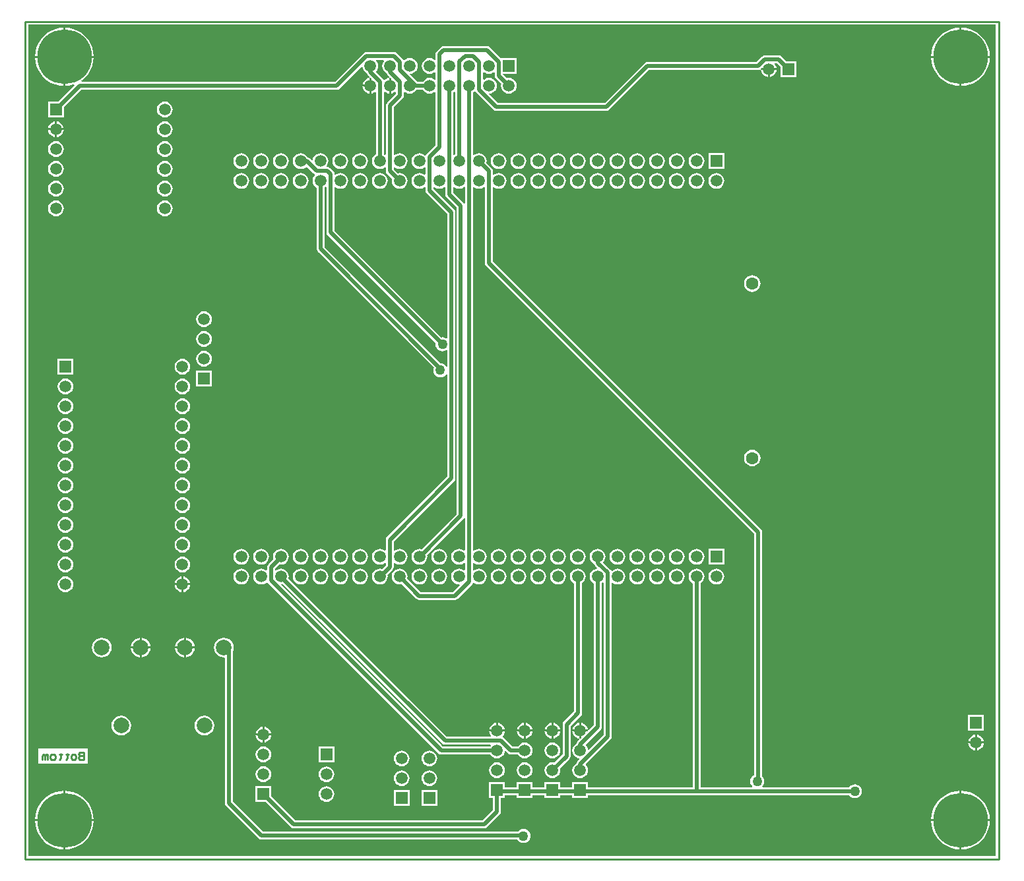
<source format=gbl>
%FSLAX25Y25*%
%MOIN*%
G70*
G01*
G75*
G04 Layer_Physical_Order=2*
G04 Layer_Color=16711680*
%ADD10R,0.11811X0.03543*%
%ADD11R,0.03543X0.11811*%
%ADD12R,0.05118X0.03937*%
%ADD13R,0.09449X0.02362*%
%ADD14O,0.09449X0.02362*%
%ADD15R,0.04803X0.05551*%
%ADD16R,0.11811X0.15748*%
%ADD17R,0.03937X0.05118*%
%ADD18O,0.02362X0.08661*%
%ADD19R,0.05551X0.04803*%
%ADD20R,0.05118X0.04724*%
%ADD21R,0.08268X0.05512*%
%ADD22R,0.08268X0.08268*%
%ADD23R,0.04331X0.08268*%
%ADD24R,0.08071X0.04528*%
%ADD25R,0.04724X0.02559*%
%ADD26C,0.01000*%
%ADD27C,0.02500*%
%ADD28C,0.02000*%
%ADD29C,0.03000*%
%ADD30C,0.05906*%
%ADD31R,0.05906X0.05906*%
%ADD32R,0.05906X0.05906*%
%ADD33C,0.07874*%
%ADD34C,0.06299*%
%ADD35C,0.05906*%
%ADD36C,0.05000*%
%ADD37C,0.27559*%
G36*
X490271Y92629D02*
X1529D01*
Y512871D01*
X490271D01*
Y92629D01*
D02*
G37*
%LPC*%
G36*
X139100Y237917D02*
X138068Y237781D01*
X137107Y237383D01*
X136281Y236749D01*
X135647Y235923D01*
X135249Y234962D01*
X135113Y233930D01*
X135249Y232898D01*
X135647Y231937D01*
X136281Y231111D01*
X137107Y230477D01*
X138068Y230079D01*
X139100Y229943D01*
X140132Y230079D01*
X141093Y230477D01*
X141919Y231111D01*
X142553Y231937D01*
X142951Y232898D01*
X143087Y233930D01*
X142951Y234962D01*
X142553Y235923D01*
X141919Y236749D01*
X141093Y237383D01*
X140132Y237781D01*
X139100Y237917D01*
D02*
G37*
G36*
X149100D02*
X148068Y237781D01*
X147107Y237383D01*
X146281Y236749D01*
X145647Y235923D01*
X145249Y234962D01*
X145113Y233930D01*
X145249Y232898D01*
X145647Y231937D01*
X146281Y231111D01*
X147107Y230477D01*
X148068Y230079D01*
X149100Y229943D01*
X150132Y230079D01*
X151093Y230477D01*
X151919Y231111D01*
X152553Y231937D01*
X152951Y232898D01*
X153087Y233930D01*
X152951Y234962D01*
X152553Y235923D01*
X151919Y236749D01*
X151093Y237383D01*
X150132Y237781D01*
X149100Y237917D01*
D02*
G37*
G36*
X109100D02*
X108068Y237781D01*
X107107Y237383D01*
X106281Y236749D01*
X105647Y235923D01*
X105249Y234962D01*
X105113Y233930D01*
X105249Y232898D01*
X105647Y231937D01*
X106281Y231111D01*
X107107Y230477D01*
X108068Y230079D01*
X109100Y229943D01*
X110132Y230079D01*
X111093Y230477D01*
X111919Y231111D01*
X112553Y231937D01*
X112951Y232898D01*
X113087Y233930D01*
X112951Y234962D01*
X112553Y235923D01*
X111919Y236749D01*
X111093Y237383D01*
X110132Y237781D01*
X109100Y237917D01*
D02*
G37*
G36*
X78842Y229500D02*
X75421D01*
X75491Y228968D01*
X75889Y228007D01*
X76523Y227181D01*
X77348Y226547D01*
X78310Y226149D01*
X78842Y226079D01*
Y229500D01*
D02*
G37*
G36*
X83263D02*
X79842D01*
Y226079D01*
X80374Y226149D01*
X81335Y226547D01*
X82161Y227181D01*
X82794Y228007D01*
X83193Y228968D01*
X83263Y229500D01*
D02*
G37*
G36*
X159100Y237917D02*
X158068Y237781D01*
X157107Y237383D01*
X156281Y236749D01*
X155647Y235923D01*
X155249Y234962D01*
X155113Y233930D01*
X155249Y232898D01*
X155647Y231937D01*
X156281Y231111D01*
X157107Y230477D01*
X158068Y230079D01*
X159100Y229943D01*
X160132Y230079D01*
X161093Y230477D01*
X161919Y231111D01*
X162553Y231937D01*
X162951Y232898D01*
X163087Y233930D01*
X162951Y234962D01*
X162553Y235923D01*
X161919Y236749D01*
X161093Y237383D01*
X160132Y237781D01*
X159100Y237917D01*
D02*
G37*
G36*
X239100D02*
X238068Y237781D01*
X237107Y237383D01*
X236281Y236749D01*
X235647Y235923D01*
X235249Y234962D01*
X235113Y233930D01*
X235249Y232898D01*
X235647Y231937D01*
X236281Y231111D01*
X237107Y230477D01*
X238068Y230079D01*
X239100Y229943D01*
X240132Y230079D01*
X241093Y230477D01*
X241919Y231111D01*
X242553Y231937D01*
X242951Y232898D01*
X243087Y233930D01*
X242951Y234962D01*
X242553Y235923D01*
X241919Y236749D01*
X241093Y237383D01*
X240132Y237781D01*
X239100Y237917D01*
D02*
G37*
G36*
X249100D02*
X248068Y237781D01*
X247107Y237383D01*
X246281Y236749D01*
X245647Y235923D01*
X245249Y234962D01*
X245113Y233930D01*
X245249Y232898D01*
X245647Y231937D01*
X246281Y231111D01*
X247107Y230477D01*
X248068Y230079D01*
X249100Y229943D01*
X250132Y230079D01*
X251093Y230477D01*
X251919Y231111D01*
X252553Y231937D01*
X252951Y232898D01*
X253087Y233930D01*
X252951Y234962D01*
X252553Y235923D01*
X251919Y236749D01*
X251093Y237383D01*
X250132Y237781D01*
X249100Y237917D01*
D02*
G37*
G36*
X209100D02*
X208068Y237781D01*
X207107Y237383D01*
X206281Y236749D01*
X205647Y235923D01*
X205249Y234962D01*
X205113Y233930D01*
X205249Y232898D01*
X205647Y231937D01*
X206281Y231111D01*
X207107Y230477D01*
X208068Y230079D01*
X209100Y229943D01*
X210132Y230079D01*
X211093Y230477D01*
X211919Y231111D01*
X212553Y231937D01*
X212951Y232898D01*
X213087Y233930D01*
X212951Y234962D01*
X212553Y235923D01*
X211919Y236749D01*
X211093Y237383D01*
X210132Y237781D01*
X209100Y237917D01*
D02*
G37*
G36*
X169100D02*
X168068Y237781D01*
X167107Y237383D01*
X166281Y236749D01*
X165647Y235923D01*
X165249Y234962D01*
X165113Y233930D01*
X165249Y232898D01*
X165647Y231937D01*
X166281Y231111D01*
X167107Y230477D01*
X168068Y230079D01*
X169100Y229943D01*
X170132Y230079D01*
X171093Y230477D01*
X171919Y231111D01*
X172553Y231937D01*
X172951Y232898D01*
X173087Y233930D01*
X172951Y234962D01*
X172553Y235923D01*
X171919Y236749D01*
X171093Y237383D01*
X170132Y237781D01*
X169100Y237917D01*
D02*
G37*
G36*
X199100D02*
X198068Y237781D01*
X197107Y237383D01*
X196281Y236749D01*
X195647Y235923D01*
X195249Y234962D01*
X195113Y233930D01*
X195249Y232898D01*
X195647Y231937D01*
X196281Y231111D01*
X197107Y230477D01*
X198068Y230079D01*
X199100Y229943D01*
X200132Y230079D01*
X201093Y230477D01*
X201919Y231111D01*
X202553Y231937D01*
X202951Y232898D01*
X203087Y233930D01*
X202951Y234962D01*
X202553Y235923D01*
X201919Y236749D01*
X201093Y237383D01*
X200132Y237781D01*
X199100Y237917D01*
D02*
G37*
G36*
X20247Y233987D02*
X19215Y233851D01*
X18254Y233453D01*
X17428Y232819D01*
X16794Y231993D01*
X16396Y231032D01*
X16260Y230000D01*
X16396Y228968D01*
X16794Y228007D01*
X17428Y227181D01*
X18254Y226547D01*
X19215Y226149D01*
X20247Y226013D01*
X21279Y226149D01*
X22241Y226547D01*
X23066Y227181D01*
X23700Y228007D01*
X24098Y228968D01*
X24234Y230000D01*
X24098Y231032D01*
X23700Y231993D01*
X23066Y232819D01*
X22241Y233453D01*
X21279Y233851D01*
X20247Y233987D01*
D02*
G37*
G36*
X57747Y197500D02*
X53333D01*
X53437Y196711D01*
X53935Y195510D01*
X54726Y194479D01*
X55757Y193687D01*
X56958Y193190D01*
X57747Y193086D01*
Y197500D01*
D02*
G37*
G36*
X63161D02*
X58747D01*
Y193086D01*
X59536Y193190D01*
X60737Y193687D01*
X61768Y194479D01*
X62560Y195510D01*
X63057Y196711D01*
X63161Y197500D01*
D02*
G37*
G36*
X38562Y202980D02*
X37273Y202810D01*
X36072Y202312D01*
X35041Y201521D01*
X34250Y200490D01*
X33752Y199289D01*
X33583Y198000D01*
X33752Y196711D01*
X34250Y195510D01*
X35041Y194479D01*
X36072Y193687D01*
X37273Y193190D01*
X38562Y193020D01*
X39851Y193190D01*
X41052Y193687D01*
X42083Y194479D01*
X42875Y195510D01*
X43372Y196711D01*
X43542Y198000D01*
X43372Y199289D01*
X42875Y200490D01*
X42083Y201521D01*
X41052Y202312D01*
X39851Y202810D01*
X38562Y202980D01*
D02*
G37*
G36*
X279747Y159921D02*
X279215Y159851D01*
X278254Y159453D01*
X277428Y158819D01*
X276795Y157993D01*
X276396Y157032D01*
X276326Y156500D01*
X279747D01*
Y159921D01*
D02*
G37*
G36*
X280747D02*
Y156500D01*
X284168D01*
X284098Y157032D01*
X283700Y157993D01*
X283066Y158819D01*
X282241Y159453D01*
X281279Y159851D01*
X280747Y159921D01*
D02*
G37*
G36*
X80062Y197500D02*
X75648D01*
X75752Y196711D01*
X76250Y195510D01*
X77041Y194479D01*
X78072Y193687D01*
X79273Y193190D01*
X80062Y193086D01*
Y197500D01*
D02*
G37*
G36*
Y202914D02*
X79273Y202810D01*
X78072Y202312D01*
X77041Y201521D01*
X76250Y200490D01*
X75752Y199289D01*
X75648Y198500D01*
X80062D01*
Y202914D01*
D02*
G37*
G36*
X81062D02*
Y198500D01*
X85476D01*
X85372Y199289D01*
X84875Y200490D01*
X84083Y201521D01*
X83052Y202312D01*
X81851Y202810D01*
X81062Y202914D01*
D02*
G37*
G36*
X58747D02*
Y198500D01*
X63161D01*
X63057Y199289D01*
X62560Y200490D01*
X61768Y201521D01*
X60737Y202312D01*
X59536Y202810D01*
X58747Y202914D01*
D02*
G37*
G36*
X85476Y197500D02*
X81062D01*
Y193086D01*
X81851Y193190D01*
X83052Y193687D01*
X84083Y194479D01*
X84875Y195510D01*
X85372Y196711D01*
X85476Y197500D01*
D02*
G37*
G36*
X57747Y202914D02*
X56958Y202810D01*
X55757Y202312D01*
X54726Y201521D01*
X53935Y200490D01*
X53437Y199289D01*
X53333Y198500D01*
X57747D01*
Y202914D01*
D02*
G37*
G36*
X259100Y237917D02*
X258068Y237781D01*
X257107Y237383D01*
X256281Y236749D01*
X255647Y235923D01*
X255249Y234962D01*
X255113Y233930D01*
X255249Y232898D01*
X255647Y231937D01*
X256281Y231111D01*
X257107Y230477D01*
X258068Y230079D01*
X259100Y229943D01*
X260132Y230079D01*
X261093Y230477D01*
X261919Y231111D01*
X262553Y231937D01*
X262951Y232898D01*
X263087Y233930D01*
X262951Y234962D01*
X262553Y235923D01*
X261919Y236749D01*
X261093Y237383D01*
X260132Y237781D01*
X259100Y237917D01*
D02*
G37*
G36*
X159100Y247917D02*
X158068Y247781D01*
X157107Y247383D01*
X156281Y246749D01*
X155647Y245923D01*
X155249Y244962D01*
X155113Y243930D01*
X155249Y242898D01*
X155647Y241937D01*
X156281Y241111D01*
X157107Y240477D01*
X158068Y240079D01*
X159100Y239943D01*
X160132Y240079D01*
X161093Y240477D01*
X161919Y241111D01*
X162553Y241937D01*
X162951Y242898D01*
X163087Y243930D01*
X162951Y244962D01*
X162553Y245923D01*
X161919Y246749D01*
X161093Y247383D01*
X160132Y247781D01*
X159100Y247917D01*
D02*
G37*
G36*
X169100D02*
X168068Y247781D01*
X167107Y247383D01*
X166281Y246749D01*
X165647Y245923D01*
X165249Y244962D01*
X165113Y243930D01*
X165249Y242898D01*
X165647Y241937D01*
X166281Y241111D01*
X167107Y240477D01*
X168068Y240079D01*
X169100Y239943D01*
X170132Y240079D01*
X171093Y240477D01*
X171919Y241111D01*
X172553Y241937D01*
X172951Y242898D01*
X173087Y243930D01*
X172951Y244962D01*
X172553Y245923D01*
X171919Y246749D01*
X171093Y247383D01*
X170132Y247781D01*
X169100Y247917D01*
D02*
G37*
G36*
X149100D02*
X148068Y247781D01*
X147107Y247383D01*
X146281Y246749D01*
X145647Y245923D01*
X145249Y244962D01*
X145113Y243930D01*
X145249Y242898D01*
X145647Y241937D01*
X146281Y241111D01*
X147107Y240477D01*
X148068Y240079D01*
X149100Y239943D01*
X150132Y240079D01*
X151093Y240477D01*
X151919Y241111D01*
X152553Y241937D01*
X152951Y242898D01*
X153087Y243930D01*
X152951Y244962D01*
X152553Y245923D01*
X151919Y246749D01*
X151093Y247383D01*
X150132Y247781D01*
X149100Y247917D01*
D02*
G37*
G36*
X129100D02*
X128068Y247781D01*
X127107Y247383D01*
X126281Y246749D01*
X125647Y245923D01*
X125249Y244962D01*
X125113Y243930D01*
X125249Y242898D01*
X125311Y242748D01*
X122705Y240142D01*
X122263Y239480D01*
X122108Y238700D01*
Y237169D01*
X121660Y236948D01*
X121093Y237383D01*
X120132Y237781D01*
X119100Y237917D01*
X118068Y237781D01*
X117107Y237383D01*
X116281Y236749D01*
X115647Y235923D01*
X115249Y234962D01*
X115113Y233930D01*
X115249Y232898D01*
X115647Y231937D01*
X116281Y231111D01*
X117107Y230477D01*
X118068Y230079D01*
X119100Y229943D01*
X120132Y230079D01*
X121093Y230477D01*
X121851Y231059D01*
X122344Y230977D01*
X122705Y230437D01*
X208584Y144558D01*
X209245Y144116D01*
X210026Y143961D01*
X234830D01*
X235428Y143181D01*
X236254Y142547D01*
X237215Y142149D01*
X238247Y142013D01*
X239279Y142149D01*
X240241Y142547D01*
X241066Y143181D01*
X241700Y144007D01*
X242098Y144968D01*
X242176Y145558D01*
X242649Y145718D01*
X243810Y144558D01*
X244471Y144116D01*
X245251Y143961D01*
X248830D01*
X249428Y143181D01*
X250254Y142547D01*
X251215Y142149D01*
X252247Y142013D01*
X253279Y142149D01*
X254241Y142547D01*
X255066Y143181D01*
X255700Y144007D01*
X256098Y144968D01*
X256234Y146000D01*
X256098Y147032D01*
X255700Y147993D01*
X255066Y148819D01*
X254241Y149453D01*
X253279Y149851D01*
X252247Y149987D01*
X251215Y149851D01*
X250254Y149453D01*
X249428Y148819D01*
X248830Y148039D01*
X246096D01*
X241741Y152395D01*
X241079Y152837D01*
X241009Y153137D01*
X241066Y153181D01*
X241700Y154007D01*
X242098Y154968D01*
X242168Y155500D01*
X234326D01*
X234396Y154968D01*
X234794Y154007D01*
X235229Y153440D01*
X235008Y152992D01*
X212939D01*
X132960Y232970D01*
X133087Y233930D01*
X132951Y234962D01*
X132553Y235923D01*
X131919Y236749D01*
X131093Y237383D01*
X130132Y237781D01*
X129100Y237917D01*
X128068Y237781D01*
X127107Y237383D01*
X126635Y237021D01*
X126186Y237242D01*
Y237855D01*
X128370Y240039D01*
X129100Y239943D01*
X130132Y240079D01*
X131093Y240477D01*
X131919Y241111D01*
X132553Y241937D01*
X132951Y242898D01*
X133087Y243930D01*
X132951Y244962D01*
X132553Y245923D01*
X131919Y246749D01*
X131093Y247383D01*
X130132Y247781D01*
X129100Y247917D01*
D02*
G37*
G36*
X139100D02*
X138068Y247781D01*
X137107Y247383D01*
X136281Y246749D01*
X135647Y245923D01*
X135249Y244962D01*
X135113Y243930D01*
X135249Y242898D01*
X135647Y241937D01*
X136281Y241111D01*
X137107Y240477D01*
X138068Y240079D01*
X139100Y239943D01*
X140132Y240079D01*
X141093Y240477D01*
X141919Y241111D01*
X142553Y241937D01*
X142951Y242898D01*
X143087Y243930D01*
X142951Y244962D01*
X142553Y245923D01*
X141919Y246749D01*
X141093Y247383D01*
X140132Y247781D01*
X139100Y247917D01*
D02*
G37*
G36*
X209100D02*
X208068Y247781D01*
X207107Y247383D01*
X206281Y246749D01*
X205647Y245923D01*
X205249Y244962D01*
X205113Y243930D01*
X205249Y242898D01*
X205647Y241937D01*
X206281Y241111D01*
X207107Y240477D01*
X208068Y240079D01*
X209100Y239943D01*
X210132Y240079D01*
X211093Y240477D01*
X211919Y241111D01*
X212553Y241937D01*
X212951Y242898D01*
X213087Y243930D01*
X212951Y244962D01*
X212553Y245923D01*
X211919Y246749D01*
X211093Y247383D01*
X210132Y247781D01*
X209100Y247917D01*
D02*
G37*
G36*
X269100D02*
X268068Y247781D01*
X267107Y247383D01*
X266281Y246749D01*
X265647Y245923D01*
X265249Y244962D01*
X265113Y243930D01*
X265249Y242898D01*
X265647Y241937D01*
X266281Y241111D01*
X267107Y240477D01*
X268068Y240079D01*
X269100Y239943D01*
X270132Y240079D01*
X271093Y240477D01*
X271919Y241111D01*
X272553Y241937D01*
X272951Y242898D01*
X273087Y243930D01*
X272951Y244962D01*
X272553Y245923D01*
X271919Y246749D01*
X271093Y247383D01*
X270132Y247781D01*
X269100Y247917D01*
D02*
G37*
G36*
X279100D02*
X278068Y247781D01*
X277107Y247383D01*
X276281Y246749D01*
X275647Y245923D01*
X275249Y244962D01*
X275113Y243930D01*
X275249Y242898D01*
X275647Y241937D01*
X276281Y241111D01*
X277107Y240477D01*
X278068Y240079D01*
X279100Y239943D01*
X280132Y240079D01*
X281093Y240477D01*
X281919Y241111D01*
X282553Y241937D01*
X282951Y242898D01*
X283087Y243930D01*
X282951Y244962D01*
X282553Y245923D01*
X281919Y246749D01*
X281093Y247383D01*
X280132Y247781D01*
X279100Y247917D01*
D02*
G37*
G36*
X259100D02*
X258068Y247781D01*
X257107Y247383D01*
X256281Y246749D01*
X255647Y245923D01*
X255249Y244962D01*
X255113Y243930D01*
X255249Y242898D01*
X255647Y241937D01*
X256281Y241111D01*
X257107Y240477D01*
X258068Y240079D01*
X259100Y239943D01*
X260132Y240079D01*
X261093Y240477D01*
X261919Y241111D01*
X262553Y241937D01*
X262951Y242898D01*
X263087Y243930D01*
X262951Y244962D01*
X262553Y245923D01*
X261919Y246749D01*
X261093Y247383D01*
X260132Y247781D01*
X259100Y247917D01*
D02*
G37*
G36*
X239100D02*
X238068Y247781D01*
X237107Y247383D01*
X236281Y246749D01*
X235647Y245923D01*
X235249Y244962D01*
X235113Y243930D01*
X235249Y242898D01*
X235647Y241937D01*
X236281Y241111D01*
X237107Y240477D01*
X238068Y240079D01*
X239100Y239943D01*
X240132Y240079D01*
X241093Y240477D01*
X241919Y241111D01*
X242553Y241937D01*
X242951Y242898D01*
X243087Y243930D01*
X242951Y244962D01*
X242553Y245923D01*
X241919Y246749D01*
X241093Y247383D01*
X240132Y247781D01*
X239100Y247917D01*
D02*
G37*
G36*
X249100D02*
X248068Y247781D01*
X247107Y247383D01*
X246281Y246749D01*
X245647Y245923D01*
X245249Y244962D01*
X245113Y243930D01*
X245249Y242898D01*
X245647Y241937D01*
X246281Y241111D01*
X247107Y240477D01*
X248068Y240079D01*
X249100Y239943D01*
X250132Y240079D01*
X251093Y240477D01*
X251919Y241111D01*
X252553Y241937D01*
X252951Y242898D01*
X253087Y243930D01*
X252951Y244962D01*
X252553Y245923D01*
X251919Y246749D01*
X251093Y247383D01*
X250132Y247781D01*
X249100Y247917D01*
D02*
G37*
G36*
X119100D02*
X118068Y247781D01*
X117107Y247383D01*
X116281Y246749D01*
X115647Y245923D01*
X115249Y244962D01*
X115113Y243930D01*
X115249Y242898D01*
X115647Y241937D01*
X116281Y241111D01*
X117107Y240477D01*
X118068Y240079D01*
X119100Y239943D01*
X120132Y240079D01*
X121093Y240477D01*
X121919Y241111D01*
X122553Y241937D01*
X122951Y242898D01*
X123087Y243930D01*
X122951Y244962D01*
X122553Y245923D01*
X121919Y246749D01*
X121093Y247383D01*
X120132Y247781D01*
X119100Y247917D01*
D02*
G37*
G36*
X319100Y237917D02*
X318068Y237781D01*
X317107Y237383D01*
X316281Y236749D01*
X315647Y235923D01*
X315249Y234962D01*
X315113Y233930D01*
X315249Y232898D01*
X315647Y231937D01*
X316281Y231111D01*
X317107Y230477D01*
X318068Y230079D01*
X319100Y229943D01*
X320132Y230079D01*
X321093Y230477D01*
X321919Y231111D01*
X322553Y231937D01*
X322951Y232898D01*
X323087Y233930D01*
X322951Y234962D01*
X322553Y235923D01*
X321919Y236749D01*
X321093Y237383D01*
X320132Y237781D01*
X319100Y237917D01*
D02*
G37*
G36*
X329100D02*
X328068Y237781D01*
X327107Y237383D01*
X326281Y236749D01*
X325647Y235923D01*
X325249Y234962D01*
X325113Y233930D01*
X325249Y232898D01*
X325647Y231937D01*
X326281Y231111D01*
X327107Y230477D01*
X328068Y230079D01*
X329100Y229943D01*
X330132Y230079D01*
X331093Y230477D01*
X331919Y231111D01*
X332553Y231937D01*
X332951Y232898D01*
X333087Y233930D01*
X332951Y234962D01*
X332553Y235923D01*
X331919Y236749D01*
X331093Y237383D01*
X330132Y237781D01*
X329100Y237917D01*
D02*
G37*
G36*
X309100D02*
X308068Y237781D01*
X307107Y237383D01*
X306281Y236749D01*
X305647Y235923D01*
X305249Y234962D01*
X305113Y233930D01*
X305249Y232898D01*
X305647Y231937D01*
X306281Y231111D01*
X307107Y230477D01*
X308068Y230079D01*
X309100Y229943D01*
X310132Y230079D01*
X311093Y230477D01*
X311919Y231111D01*
X312553Y231937D01*
X312951Y232898D01*
X313087Y233930D01*
X312951Y234962D01*
X312553Y235923D01*
X311919Y236749D01*
X311093Y237383D01*
X310132Y237781D01*
X309100Y237917D01*
D02*
G37*
G36*
X269100D02*
X268068Y237781D01*
X267107Y237383D01*
X266281Y236749D01*
X265647Y235923D01*
X265249Y234962D01*
X265113Y233930D01*
X265249Y232898D01*
X265647Y231937D01*
X266281Y231111D01*
X267107Y230477D01*
X268068Y230079D01*
X269100Y229943D01*
X270132Y230079D01*
X271093Y230477D01*
X271919Y231111D01*
X272553Y231937D01*
X272951Y232898D01*
X273087Y233930D01*
X272951Y234962D01*
X272553Y235923D01*
X271919Y236749D01*
X271093Y237383D01*
X270132Y237781D01*
X269100Y237917D01*
D02*
G37*
G36*
X289100Y247917D02*
X288068Y247781D01*
X287107Y247383D01*
X286281Y246749D01*
X285647Y245923D01*
X285249Y244962D01*
X285113Y243930D01*
X285249Y242898D01*
X285647Y241937D01*
X286281Y241111D01*
X287107Y240477D01*
X287288Y240402D01*
X287363Y240024D01*
X287805Y239362D01*
X288834Y238334D01*
X288673Y237861D01*
X288068Y237781D01*
X287107Y237383D01*
X286281Y236749D01*
X285647Y235923D01*
X285249Y234962D01*
X285113Y233930D01*
X285249Y232898D01*
X285647Y231937D01*
X286281Y231111D01*
X287107Y230477D01*
X287208Y230435D01*
Y158840D01*
X284649Y156282D01*
X284176Y156442D01*
X284234Y156000D01*
X284214Y155847D01*
X283867Y155500D01*
X280747D01*
Y152380D01*
X280400Y152033D01*
X280247Y152013D01*
X279805Y152071D01*
X279966Y151598D01*
X278805Y150438D01*
X278363Y149776D01*
X278303Y149473D01*
X278254Y149453D01*
X277428Y148819D01*
X276795Y147993D01*
X276396Y147032D01*
X276260Y146000D01*
X276396Y144968D01*
X276795Y144007D01*
X277428Y143181D01*
X278254Y142547D01*
X279215Y142149D01*
X279805Y142071D01*
X279966Y141598D01*
X278805Y140438D01*
X278363Y139776D01*
X278303Y139473D01*
X278254Y139453D01*
X277428Y138819D01*
X276795Y137993D01*
X276396Y137032D01*
X276260Y136000D01*
X276396Y134968D01*
X276795Y134007D01*
X277428Y133181D01*
X278254Y132547D01*
X279215Y132149D01*
X280247Y132013D01*
X281279Y132149D01*
X282241Y132547D01*
X283066Y133181D01*
X283700Y134007D01*
X284098Y134968D01*
X284234Y136000D01*
X284098Y137032D01*
X283700Y137993D01*
X283066Y138819D01*
X283060Y138924D01*
X295642Y151507D01*
X296084Y152168D01*
X296239Y152948D01*
Y230578D01*
X296688Y230799D01*
X297107Y230477D01*
X298068Y230079D01*
X299100Y229943D01*
X300132Y230079D01*
X301093Y230477D01*
X301919Y231111D01*
X302553Y231937D01*
X302951Y232898D01*
X303087Y233930D01*
X302951Y234962D01*
X302553Y235923D01*
X301919Y236749D01*
X301093Y237383D01*
X300132Y237781D01*
X299100Y237917D01*
X298068Y237781D01*
X297107Y237383D01*
X296377Y236823D01*
X296131Y236864D01*
X295680Y237210D01*
X295589Y237346D01*
X291913Y241022D01*
X291919Y241111D01*
X292553Y241937D01*
X292951Y242898D01*
X293087Y243930D01*
X292951Y244962D01*
X292553Y245923D01*
X291919Y246749D01*
X291093Y247383D01*
X290132Y247781D01*
X289100Y247917D01*
D02*
G37*
G36*
X349100Y237917D02*
X348068Y237781D01*
X347107Y237383D01*
X346281Y236749D01*
X345647Y235923D01*
X345249Y234962D01*
X345113Y233930D01*
X345249Y232898D01*
X345647Y231937D01*
X346281Y231111D01*
X347107Y230477D01*
X348068Y230079D01*
X349100Y229943D01*
X350132Y230079D01*
X351093Y230477D01*
X351919Y231111D01*
X352553Y231937D01*
X352951Y232898D01*
X353087Y233930D01*
X352951Y234962D01*
X352553Y235923D01*
X351919Y236749D01*
X351093Y237383D01*
X350132Y237781D01*
X349100Y237917D01*
D02*
G37*
G36*
X79342Y243987D02*
X78310Y243851D01*
X77348Y243453D01*
X76523Y242819D01*
X75889Y241993D01*
X75491Y241032D01*
X75355Y240000D01*
X75491Y238968D01*
X75889Y238007D01*
X76523Y237181D01*
X77348Y236547D01*
X78310Y236149D01*
X79342Y236013D01*
X80374Y236149D01*
X81335Y236547D01*
X82161Y237181D01*
X82794Y238007D01*
X83193Y238968D01*
X83329Y240000D01*
X83193Y241032D01*
X82794Y241993D01*
X82161Y242819D01*
X81335Y243453D01*
X80374Y243851D01*
X79342Y243987D01*
D02*
G37*
G36*
X109100Y247917D02*
X108068Y247781D01*
X107107Y247383D01*
X106281Y246749D01*
X105647Y245923D01*
X105249Y244962D01*
X105113Y243930D01*
X105249Y242898D01*
X105647Y241937D01*
X106281Y241111D01*
X107107Y240477D01*
X108068Y240079D01*
X109100Y239943D01*
X110132Y240079D01*
X111093Y240477D01*
X111919Y241111D01*
X112553Y241937D01*
X112951Y242898D01*
X113087Y243930D01*
X112951Y244962D01*
X112553Y245923D01*
X111919Y246749D01*
X111093Y247383D01*
X110132Y247781D01*
X109100Y247917D01*
D02*
G37*
G36*
X20247Y243987D02*
X19215Y243851D01*
X18254Y243453D01*
X17428Y242819D01*
X16794Y241993D01*
X16396Y241032D01*
X16260Y240000D01*
X16396Y238968D01*
X16794Y238007D01*
X17428Y237181D01*
X18254Y236547D01*
X19215Y236149D01*
X20247Y236013D01*
X21279Y236149D01*
X22241Y236547D01*
X23066Y237181D01*
X23700Y238007D01*
X24098Y238968D01*
X24234Y240000D01*
X24098Y241032D01*
X23700Y241993D01*
X23066Y242819D01*
X22241Y243453D01*
X21279Y243851D01*
X20247Y243987D01*
D02*
G37*
G36*
X78842Y233921D02*
X78310Y233851D01*
X77348Y233453D01*
X76523Y232819D01*
X75889Y231993D01*
X75491Y231032D01*
X75421Y230500D01*
X78842D01*
Y233921D01*
D02*
G37*
G36*
X79842D02*
Y230500D01*
X83263D01*
X83193Y231032D01*
X82794Y231993D01*
X82161Y232819D01*
X81335Y233453D01*
X80374Y233851D01*
X79842Y233921D01*
D02*
G37*
G36*
X120247Y137987D02*
X119215Y137851D01*
X118254Y137453D01*
X117428Y136819D01*
X116795Y135993D01*
X116396Y135032D01*
X116260Y134000D01*
X116396Y132968D01*
X116795Y132007D01*
X117428Y131181D01*
X118254Y130547D01*
X119215Y130149D01*
X120247Y130013D01*
X121279Y130149D01*
X122241Y130547D01*
X123066Y131181D01*
X123700Y132007D01*
X124098Y132968D01*
X124234Y134000D01*
X124098Y135032D01*
X123700Y135993D01*
X123066Y136819D01*
X122241Y137453D01*
X121279Y137851D01*
X120247Y137987D01*
D02*
G37*
G36*
X238247Y139987D02*
X237215Y139851D01*
X236254Y139453D01*
X235428Y138819D01*
X234794Y137993D01*
X234396Y137032D01*
X234260Y136000D01*
X234396Y134968D01*
X234794Y134007D01*
X235428Y133181D01*
X236254Y132547D01*
X237215Y132149D01*
X238247Y132013D01*
X239279Y132149D01*
X240241Y132547D01*
X241066Y133181D01*
X241700Y134007D01*
X242098Y134968D01*
X242234Y136000D01*
X242098Y137032D01*
X241700Y137993D01*
X241066Y138819D01*
X240241Y139453D01*
X239279Y139851D01*
X238247Y139987D01*
D02*
G37*
G36*
X152147Y137936D02*
X151115Y137800D01*
X150154Y137401D01*
X149328Y136768D01*
X148695Y135942D01*
X148296Y134981D01*
X148160Y133949D01*
X148296Y132917D01*
X148695Y131955D01*
X149328Y131130D01*
X150154Y130496D01*
X151115Y130098D01*
X152147Y129962D01*
X153179Y130098D01*
X154141Y130496D01*
X154966Y131130D01*
X155600Y131955D01*
X155998Y132917D01*
X156134Y133949D01*
X155998Y134981D01*
X155600Y135942D01*
X154966Y136768D01*
X154141Y137401D01*
X153179Y137800D01*
X152147Y137936D01*
D02*
G37*
G36*
X190147Y135936D02*
X189115Y135800D01*
X188154Y135401D01*
X187328Y134768D01*
X186695Y133942D01*
X186296Y132981D01*
X186160Y131949D01*
X186296Y130917D01*
X186695Y129955D01*
X187328Y129130D01*
X188154Y128496D01*
X189115Y128098D01*
X190147Y127962D01*
X191179Y128098D01*
X192141Y128496D01*
X192966Y129130D01*
X193600Y129955D01*
X193998Y130917D01*
X194134Y131949D01*
X193998Y132981D01*
X193600Y133942D01*
X192966Y134768D01*
X192141Y135401D01*
X191179Y135800D01*
X190147Y135936D01*
D02*
G37*
G36*
X204147D02*
X203115Y135800D01*
X202154Y135401D01*
X201328Y134768D01*
X200694Y133942D01*
X200296Y132981D01*
X200160Y131949D01*
X200296Y130917D01*
X200694Y129955D01*
X201328Y129130D01*
X202154Y128496D01*
X203115Y128098D01*
X204147Y127962D01*
X205179Y128098D01*
X206141Y128496D01*
X206966Y129130D01*
X207600Y129955D01*
X207998Y130917D01*
X208134Y131949D01*
X207998Y132981D01*
X207600Y133942D01*
X206966Y134768D01*
X206141Y135401D01*
X205179Y135800D01*
X204147Y135936D01*
D02*
G37*
G36*
X252247Y139987D02*
X251215Y139851D01*
X250254Y139453D01*
X249428Y138819D01*
X248795Y137993D01*
X248396Y137032D01*
X248260Y136000D01*
X248396Y134968D01*
X248795Y134007D01*
X249428Y133181D01*
X250254Y132547D01*
X251215Y132149D01*
X252247Y132013D01*
X253279Y132149D01*
X254241Y132547D01*
X255066Y133181D01*
X255700Y134007D01*
X256098Y134968D01*
X256234Y136000D01*
X256098Y137032D01*
X255700Y137993D01*
X255066Y138819D01*
X254241Y139453D01*
X253279Y139851D01*
X252247Y139987D01*
D02*
G37*
G36*
X279100Y237917D02*
X278068Y237781D01*
X277107Y237383D01*
X276281Y236749D01*
X275647Y235923D01*
X275249Y234962D01*
X275113Y233930D01*
X275249Y232898D01*
X275647Y231937D01*
X276281Y231111D01*
X277107Y230477D01*
X277208Y230435D01*
Y165750D01*
X271958Y160500D01*
X271516Y159839D01*
X271361Y159058D01*
Y143997D01*
X267222Y139858D01*
X266247Y139987D01*
X265215Y139851D01*
X264254Y139453D01*
X263428Y138819D01*
X262794Y137993D01*
X262396Y137032D01*
X262260Y136000D01*
X262396Y134968D01*
X262794Y134007D01*
X263428Y133181D01*
X264254Y132547D01*
X265215Y132149D01*
X266247Y132013D01*
X267279Y132149D01*
X268241Y132547D01*
X269066Y133181D01*
X269700Y134007D01*
X270098Y134968D01*
X270234Y136000D01*
X270106Y136975D01*
X274842Y141711D01*
X275284Y142372D01*
X275439Y143153D01*
X275439Y143153D01*
X275439Y143153D01*
Y143153D01*
Y158214D01*
X280689Y163464D01*
X281131Y164125D01*
X281286Y164906D01*
X281286Y164906D01*
Y230625D01*
X281919Y231111D01*
X282553Y231937D01*
X282951Y232898D01*
X283087Y233930D01*
X282951Y234962D01*
X282553Y235923D01*
X281919Y236749D01*
X281093Y237383D01*
X280132Y237781D01*
X279100Y237917D01*
D02*
G37*
G36*
X156100Y147902D02*
X148195D01*
Y139996D01*
X156100D01*
Y147902D01*
D02*
G37*
G36*
X31600Y147136D02*
X6609D01*
Y139200D01*
X31600D01*
Y147136D01*
D02*
G37*
G36*
X190147Y145936D02*
X189115Y145800D01*
X188154Y145402D01*
X187328Y144768D01*
X186695Y143942D01*
X186296Y142981D01*
X186160Y141949D01*
X186296Y140917D01*
X186695Y139955D01*
X187328Y139130D01*
X188154Y138496D01*
X189115Y138098D01*
X190147Y137962D01*
X191179Y138098D01*
X192141Y138496D01*
X192966Y139130D01*
X193600Y139955D01*
X193998Y140917D01*
X194134Y141949D01*
X193998Y142981D01*
X193600Y143942D01*
X192966Y144768D01*
X192141Y145402D01*
X191179Y145800D01*
X190147Y145936D01*
D02*
G37*
G36*
X204147D02*
X203115Y145800D01*
X202154Y145402D01*
X201328Y144768D01*
X200694Y143942D01*
X200296Y142981D01*
X200160Y141949D01*
X200296Y140917D01*
X200694Y139955D01*
X201328Y139130D01*
X202154Y138496D01*
X203115Y138098D01*
X204147Y137962D01*
X205179Y138098D01*
X206141Y138496D01*
X206966Y139130D01*
X207600Y139955D01*
X207998Y140917D01*
X208134Y141949D01*
X207998Y142981D01*
X207600Y143942D01*
X206966Y144768D01*
X206141Y145402D01*
X205179Y145800D01*
X204147Y145936D01*
D02*
G37*
G36*
X152147Y127936D02*
X151115Y127800D01*
X150154Y127401D01*
X149328Y126768D01*
X148695Y125942D01*
X148296Y124981D01*
X148160Y123949D01*
X148296Y122917D01*
X148695Y121955D01*
X149328Y121130D01*
X150154Y120496D01*
X151115Y120098D01*
X152147Y119962D01*
X153179Y120098D01*
X154141Y120496D01*
X154966Y121130D01*
X155600Y121955D01*
X155998Y122917D01*
X156134Y123949D01*
X155998Y124981D01*
X155600Y125942D01*
X154966Y126768D01*
X154141Y127401D01*
X153179Y127800D01*
X152147Y127936D01*
D02*
G37*
G36*
X487227Y110285D02*
X472941D01*
Y95999D01*
X474760Y96142D01*
X477022Y96685D01*
X479172Y97576D01*
X481155Y98791D01*
X482924Y100302D01*
X484435Y102071D01*
X485650Y104054D01*
X486541Y106204D01*
X487084Y108466D01*
X487227Y110285D01*
D02*
G37*
G36*
X100247Y202980D02*
X98958Y202810D01*
X97757Y202312D01*
X96726Y201521D01*
X95935Y200490D01*
X95437Y199289D01*
X95268Y198000D01*
X95437Y196711D01*
X95935Y195510D01*
X96726Y194479D01*
X97757Y193687D01*
X98958Y193190D01*
X100247Y193020D01*
X100332Y193032D01*
X100708Y192702D01*
Y119400D01*
X100708Y119400D01*
X100708D01*
X100863Y118620D01*
X101305Y117958D01*
X117705Y101558D01*
X118367Y101116D01*
X119147Y100961D01*
X248647D01*
X249151Y100304D01*
X249882Y99743D01*
X250734Y99390D01*
X251647Y99270D01*
X252561Y99390D01*
X253412Y99743D01*
X254144Y100304D01*
X254704Y101035D01*
X255057Y101886D01*
X255177Y102800D01*
X255057Y103714D01*
X254704Y104565D01*
X254144Y105296D01*
X253412Y105857D01*
X252561Y106210D01*
X251647Y106330D01*
X250734Y106210D01*
X249882Y105857D01*
X249151Y105296D01*
X248954Y105039D01*
X119992D01*
X104786Y120245D01*
Y195500D01*
X104711Y195877D01*
X105057Y196711D01*
X105227Y198000D01*
X105057Y199289D01*
X104560Y200490D01*
X103768Y201521D01*
X102737Y202312D01*
X101536Y202810D01*
X100247Y202980D01*
D02*
G37*
G36*
X471941Y110285D02*
X457655D01*
X457798Y108466D01*
X458341Y106204D01*
X459232Y104054D01*
X460447Y102071D01*
X461958Y100302D01*
X463727Y98791D01*
X465710Y97576D01*
X467860Y96685D01*
X470122Y96142D01*
X471941Y95999D01*
Y110285D01*
D02*
G37*
G36*
X19185D02*
X4899D01*
X5042Y108466D01*
X5585Y106204D01*
X6476Y104054D01*
X7691Y102071D01*
X9202Y100302D01*
X10971Y98791D01*
X12955Y97576D01*
X15104Y96685D01*
X17366Y96142D01*
X19185Y95999D01*
Y110285D01*
D02*
G37*
G36*
X34471D02*
X20185D01*
Y95999D01*
X22004Y96142D01*
X24266Y96685D01*
X26416Y97576D01*
X28399Y98791D01*
X30168Y100302D01*
X31679Y102071D01*
X32894Y104054D01*
X33785Y106204D01*
X34328Y108466D01*
X34471Y110285D01*
D02*
G37*
G36*
X19185Y125571D02*
X17366Y125428D01*
X15104Y124885D01*
X12955Y123994D01*
X10971Y122779D01*
X9202Y121268D01*
X7691Y119499D01*
X6476Y117516D01*
X5585Y115366D01*
X5042Y113104D01*
X4899Y111285D01*
X19185D01*
Y125571D01*
D02*
G37*
G36*
X194100Y125902D02*
X186195D01*
Y117996D01*
X194100D01*
Y125902D01*
D02*
G37*
G36*
X208100D02*
X200195D01*
Y117996D01*
X208100D01*
Y125902D01*
D02*
G37*
G36*
X472941Y125571D02*
Y111285D01*
X487227D01*
X487084Y113104D01*
X486541Y115366D01*
X485650Y117516D01*
X484435Y119499D01*
X482924Y121268D01*
X481155Y122779D01*
X479172Y123994D01*
X477022Y124885D01*
X474760Y125428D01*
X472941Y125571D01*
D02*
G37*
G36*
X20185D02*
Y111285D01*
X34471D01*
X34328Y113104D01*
X33785Y115366D01*
X32894Y117516D01*
X31679Y119499D01*
X30168Y121268D01*
X28399Y122779D01*
X26416Y123994D01*
X24266Y124885D01*
X22004Y125428D01*
X20185Y125571D01*
D02*
G37*
G36*
X471941D02*
X470122Y125428D01*
X467860Y124885D01*
X465710Y123994D01*
X463727Y122779D01*
X461958Y121268D01*
X460447Y119499D01*
X459232Y117516D01*
X458341Y115366D01*
X457798Y113104D01*
X457655Y111285D01*
X471941D01*
Y125571D01*
D02*
G37*
G36*
X120247Y147987D02*
X119215Y147851D01*
X118254Y147453D01*
X117428Y146819D01*
X116795Y145993D01*
X116396Y145032D01*
X116260Y144000D01*
X116396Y142968D01*
X116795Y142007D01*
X117428Y141181D01*
X118254Y140547D01*
X119215Y140149D01*
X120247Y140013D01*
X121279Y140149D01*
X122241Y140547D01*
X123066Y141181D01*
X123700Y142007D01*
X124098Y142968D01*
X124234Y144000D01*
X124098Y145032D01*
X123700Y145993D01*
X123066Y146819D01*
X122241Y147453D01*
X121279Y147851D01*
X120247Y147987D01*
D02*
G37*
G36*
X120747Y157921D02*
Y154500D01*
X124168D01*
X124098Y155032D01*
X123700Y155993D01*
X123066Y156819D01*
X122241Y157453D01*
X121279Y157851D01*
X120747Y157921D01*
D02*
G37*
G36*
X484200Y163953D02*
X476295D01*
Y156047D01*
X484200D01*
Y163953D01*
D02*
G37*
G36*
X119747Y157921D02*
X119215Y157851D01*
X118254Y157453D01*
X117428Y156819D01*
X116795Y155993D01*
X116396Y155032D01*
X116326Y154500D01*
X119747D01*
Y157921D01*
D02*
G37*
G36*
X48405Y163610D02*
X47116Y163440D01*
X45915Y162942D01*
X44884Y162151D01*
X44092Y161120D01*
X43595Y159919D01*
X43425Y158630D01*
X43595Y157341D01*
X44092Y156140D01*
X44884Y155109D01*
X45915Y154317D01*
X47116Y153820D01*
X48405Y153650D01*
X49694Y153820D01*
X50894Y154317D01*
X51926Y155109D01*
X52717Y156140D01*
X53215Y157341D01*
X53384Y158630D01*
X53215Y159919D01*
X52717Y161120D01*
X51926Y162151D01*
X50894Y162942D01*
X49694Y163440D01*
X48405Y163610D01*
D02*
G37*
G36*
X90405D02*
X89116Y163440D01*
X87915Y162942D01*
X86884Y162151D01*
X86092Y161120D01*
X85595Y159919D01*
X85425Y158630D01*
X85595Y157341D01*
X86092Y156140D01*
X86884Y155109D01*
X87915Y154317D01*
X89116Y153820D01*
X90405Y153650D01*
X91694Y153820D01*
X92895Y154317D01*
X93926Y155109D01*
X94717Y156140D01*
X95215Y157341D01*
X95384Y158630D01*
X95215Y159919D01*
X94717Y161120D01*
X93926Y162151D01*
X92895Y162942D01*
X91694Y163440D01*
X90405Y163610D01*
D02*
G37*
G36*
X237747Y159921D02*
X237215Y159851D01*
X236254Y159453D01*
X235428Y158819D01*
X234794Y157993D01*
X234396Y157032D01*
X234326Y156500D01*
X237747D01*
Y159921D01*
D02*
G37*
G36*
X265747D02*
X265215Y159851D01*
X264254Y159453D01*
X263428Y158819D01*
X262794Y157993D01*
X262396Y157032D01*
X262326Y156500D01*
X265747D01*
Y159921D01*
D02*
G37*
G36*
X266747D02*
Y156500D01*
X270168D01*
X270098Y157032D01*
X269700Y157993D01*
X269066Y158819D01*
X268241Y159453D01*
X267279Y159851D01*
X266747Y159921D01*
D02*
G37*
G36*
X252747D02*
Y156500D01*
X256168D01*
X256098Y157032D01*
X255700Y157993D01*
X255066Y158819D01*
X254241Y159453D01*
X253279Y159851D01*
X252747Y159921D01*
D02*
G37*
G36*
X238747D02*
Y156500D01*
X242168D01*
X242098Y157032D01*
X241700Y157993D01*
X241066Y158819D01*
X240241Y159453D01*
X239279Y159851D01*
X238747Y159921D01*
D02*
G37*
G36*
X251747D02*
X251215Y159851D01*
X250254Y159453D01*
X249428Y158819D01*
X248795Y157993D01*
X248396Y157032D01*
X248326Y156500D01*
X251747D01*
Y159921D01*
D02*
G37*
G36*
X279747Y155500D02*
X276326D01*
X276396Y154968D01*
X276795Y154007D01*
X277428Y153181D01*
X278254Y152547D01*
X279215Y152149D01*
X279747Y152079D01*
Y155500D01*
D02*
G37*
G36*
X119747Y153500D02*
X116326D01*
X116396Y152968D01*
X116795Y152007D01*
X117428Y151181D01*
X118254Y150547D01*
X119215Y150149D01*
X119747Y150079D01*
Y153500D01*
D02*
G37*
G36*
X124168D02*
X120747D01*
Y150079D01*
X121279Y150149D01*
X122241Y150547D01*
X123066Y151181D01*
X123700Y152007D01*
X124098Y152968D01*
X124168Y153500D01*
D02*
G37*
G36*
X484168Y149500D02*
X480747D01*
Y146079D01*
X481279Y146149D01*
X482241Y146547D01*
X483066Y147181D01*
X483700Y148007D01*
X484098Y148968D01*
X484168Y149500D01*
D02*
G37*
G36*
X266247Y149987D02*
X265215Y149851D01*
X264254Y149453D01*
X263428Y148819D01*
X262794Y147993D01*
X262396Y147032D01*
X262260Y146000D01*
X262396Y144968D01*
X262794Y144007D01*
X263428Y143181D01*
X264254Y142547D01*
X265215Y142149D01*
X266247Y142013D01*
X267279Y142149D01*
X268241Y142547D01*
X269066Y143181D01*
X269700Y144007D01*
X270098Y144968D01*
X270234Y146000D01*
X270098Y147032D01*
X269700Y147993D01*
X269066Y148819D01*
X268241Y149453D01*
X267279Y149851D01*
X266247Y149987D01*
D02*
G37*
G36*
X479747Y149500D02*
X476326D01*
X476396Y148968D01*
X476794Y148007D01*
X477428Y147181D01*
X478254Y146547D01*
X479215Y146149D01*
X479747Y146079D01*
Y149500D01*
D02*
G37*
G36*
Y153921D02*
X479215Y153851D01*
X478254Y153453D01*
X477428Y152819D01*
X476794Y151993D01*
X476396Y151032D01*
X476326Y150500D01*
X479747D01*
Y153921D01*
D02*
G37*
G36*
X265747Y155500D02*
X262326D01*
X262396Y154968D01*
X262794Y154007D01*
X263428Y153181D01*
X264254Y152547D01*
X265215Y152149D01*
X265747Y152079D01*
Y155500D01*
D02*
G37*
G36*
X270168D02*
X266747D01*
Y152079D01*
X267279Y152149D01*
X268241Y152547D01*
X269066Y153181D01*
X269700Y154007D01*
X270098Y154968D01*
X270168Y155500D01*
D02*
G37*
G36*
X256168D02*
X252747D01*
Y152079D01*
X253279Y152149D01*
X254241Y152547D01*
X255066Y153181D01*
X255700Y154007D01*
X256098Y154968D01*
X256168Y155500D01*
D02*
G37*
G36*
X480747Y153921D02*
Y150500D01*
X484168D01*
X484098Y151032D01*
X483700Y151993D01*
X483066Y152819D01*
X482241Y153453D01*
X481279Y153851D01*
X480747Y153921D01*
D02*
G37*
G36*
X251747Y155500D02*
X248326D01*
X248396Y154968D01*
X248795Y154007D01*
X249428Y153181D01*
X250254Y152547D01*
X251215Y152149D01*
X251747Y152079D01*
Y155500D01*
D02*
G37*
G36*
X299100Y247917D02*
X298068Y247781D01*
X297107Y247383D01*
X296281Y246749D01*
X295647Y245923D01*
X295249Y244962D01*
X295113Y243930D01*
X295249Y242898D01*
X295647Y241937D01*
X296281Y241111D01*
X297107Y240477D01*
X298068Y240079D01*
X299100Y239943D01*
X300132Y240079D01*
X301093Y240477D01*
X301919Y241111D01*
X302553Y241937D01*
X302951Y242898D01*
X303087Y243930D01*
X302951Y244962D01*
X302553Y245923D01*
X301919Y246749D01*
X301093Y247383D01*
X300132Y247781D01*
X299100Y247917D01*
D02*
G37*
G36*
X249100Y447917D02*
X248068Y447781D01*
X247107Y447383D01*
X246281Y446749D01*
X245647Y445923D01*
X245249Y444962D01*
X245113Y443930D01*
X245249Y442898D01*
X245647Y441937D01*
X246281Y441111D01*
X247107Y440477D01*
X248068Y440079D01*
X249100Y439943D01*
X250132Y440079D01*
X251093Y440477D01*
X251919Y441111D01*
X252553Y441937D01*
X252951Y442898D01*
X253087Y443930D01*
X252951Y444962D01*
X252553Y445923D01*
X251919Y446749D01*
X251093Y447383D01*
X250132Y447781D01*
X249100Y447917D01*
D02*
G37*
G36*
X259100D02*
X258068Y447781D01*
X257107Y447383D01*
X256281Y446749D01*
X255647Y445923D01*
X255249Y444962D01*
X255113Y443930D01*
X255249Y442898D01*
X255647Y441937D01*
X256281Y441111D01*
X257107Y440477D01*
X258068Y440079D01*
X259100Y439943D01*
X260132Y440079D01*
X261093Y440477D01*
X261919Y441111D01*
X262553Y441937D01*
X262951Y442898D01*
X263087Y443930D01*
X262951Y444962D01*
X262553Y445923D01*
X261919Y446749D01*
X261093Y447383D01*
X260132Y447781D01*
X259100Y447917D01*
D02*
G37*
G36*
X239100D02*
X238068Y447781D01*
X237107Y447383D01*
X236281Y446749D01*
X235647Y445923D01*
X235249Y444962D01*
X235113Y443930D01*
X235249Y442898D01*
X235647Y441937D01*
X236281Y441111D01*
X237107Y440477D01*
X238068Y440079D01*
X239100Y439943D01*
X240132Y440079D01*
X241093Y440477D01*
X241919Y441111D01*
X242553Y441937D01*
X242951Y442898D01*
X243087Y443930D01*
X242951Y444962D01*
X242553Y445923D01*
X241919Y446749D01*
X241093Y447383D01*
X240132Y447781D01*
X239100Y447917D01*
D02*
G37*
G36*
X159100D02*
X158068Y447781D01*
X157107Y447383D01*
X156281Y446749D01*
X155647Y445923D01*
X155249Y444962D01*
X155113Y443930D01*
X155249Y442898D01*
X155647Y441937D01*
X156281Y441111D01*
X157107Y440477D01*
X158068Y440079D01*
X159100Y439943D01*
X160132Y440079D01*
X161093Y440477D01*
X161919Y441111D01*
X162553Y441937D01*
X162951Y442898D01*
X163087Y443930D01*
X162951Y444962D01*
X162553Y445923D01*
X161919Y446749D01*
X161093Y447383D01*
X160132Y447781D01*
X159100Y447917D01*
D02*
G37*
G36*
X169100D02*
X168068Y447781D01*
X167107Y447383D01*
X166281Y446749D01*
X165647Y445923D01*
X165249Y444962D01*
X165113Y443930D01*
X165249Y442898D01*
X165647Y441937D01*
X166281Y441111D01*
X167107Y440477D01*
X168068Y440079D01*
X169100Y439943D01*
X170132Y440079D01*
X171093Y440477D01*
X171919Y441111D01*
X172553Y441937D01*
X172951Y442898D01*
X173087Y443930D01*
X172951Y444962D01*
X172553Y445923D01*
X171919Y446749D01*
X171093Y447383D01*
X170132Y447781D01*
X169100Y447917D01*
D02*
G37*
G36*
X269100D02*
X268068Y447781D01*
X267107Y447383D01*
X266281Y446749D01*
X265647Y445923D01*
X265249Y444962D01*
X265113Y443930D01*
X265249Y442898D01*
X265647Y441937D01*
X266281Y441111D01*
X267107Y440477D01*
X268068Y440079D01*
X269100Y439943D01*
X270132Y440079D01*
X271093Y440477D01*
X271919Y441111D01*
X272553Y441937D01*
X272951Y442898D01*
X273087Y443930D01*
X272951Y444962D01*
X272553Y445923D01*
X271919Y446749D01*
X271093Y447383D01*
X270132Y447781D01*
X269100Y447917D01*
D02*
G37*
G36*
X309100D02*
X308068Y447781D01*
X307107Y447383D01*
X306281Y446749D01*
X305647Y445923D01*
X305249Y444962D01*
X305113Y443930D01*
X305249Y442898D01*
X305647Y441937D01*
X306281Y441111D01*
X307107Y440477D01*
X308068Y440079D01*
X309100Y439943D01*
X310132Y440079D01*
X311093Y440477D01*
X311919Y441111D01*
X312553Y441937D01*
X312951Y442898D01*
X313087Y443930D01*
X312951Y444962D01*
X312553Y445923D01*
X311919Y446749D01*
X311093Y447383D01*
X310132Y447781D01*
X309100Y447917D01*
D02*
G37*
G36*
X319100D02*
X318068Y447781D01*
X317107Y447383D01*
X316281Y446749D01*
X315647Y445923D01*
X315249Y444962D01*
X315113Y443930D01*
X315249Y442898D01*
X315647Y441937D01*
X316281Y441111D01*
X317107Y440477D01*
X318068Y440079D01*
X319100Y439943D01*
X320132Y440079D01*
X321093Y440477D01*
X321919Y441111D01*
X322553Y441937D01*
X322951Y442898D01*
X323087Y443930D01*
X322951Y444962D01*
X322553Y445923D01*
X321919Y446749D01*
X321093Y447383D01*
X320132Y447781D01*
X319100Y447917D01*
D02*
G37*
G36*
X299100D02*
X298068Y447781D01*
X297107Y447383D01*
X296281Y446749D01*
X295647Y445923D01*
X295249Y444962D01*
X295113Y443930D01*
X295249Y442898D01*
X295647Y441937D01*
X296281Y441111D01*
X297107Y440477D01*
X298068Y440079D01*
X299100Y439943D01*
X300132Y440079D01*
X301093Y440477D01*
X301919Y441111D01*
X302553Y441937D01*
X302951Y442898D01*
X303087Y443930D01*
X302951Y444962D01*
X302553Y445923D01*
X301919Y446749D01*
X301093Y447383D01*
X300132Y447781D01*
X299100Y447917D01*
D02*
G37*
G36*
X279100D02*
X278068Y447781D01*
X277107Y447383D01*
X276281Y446749D01*
X275647Y445923D01*
X275249Y444962D01*
X275113Y443930D01*
X275249Y442898D01*
X275647Y441937D01*
X276281Y441111D01*
X277107Y440477D01*
X278068Y440079D01*
X279100Y439943D01*
X280132Y440079D01*
X281093Y440477D01*
X281919Y441111D01*
X282553Y441937D01*
X282951Y442898D01*
X283087Y443930D01*
X282951Y444962D01*
X282553Y445923D01*
X281919Y446749D01*
X281093Y447383D01*
X280132Y447781D01*
X279100Y447917D01*
D02*
G37*
G36*
X289100D02*
X288068Y447781D01*
X287107Y447383D01*
X286281Y446749D01*
X285647Y445923D01*
X285249Y444962D01*
X285113Y443930D01*
X285249Y442898D01*
X285647Y441937D01*
X286281Y441111D01*
X287107Y440477D01*
X288068Y440079D01*
X289100Y439943D01*
X290132Y440079D01*
X291093Y440477D01*
X291919Y441111D01*
X292553Y441937D01*
X292951Y442898D01*
X293087Y443930D01*
X292951Y444962D01*
X292553Y445923D01*
X291919Y446749D01*
X291093Y447383D01*
X290132Y447781D01*
X289100Y447917D01*
D02*
G37*
G36*
X129100D02*
X128068Y447781D01*
X127107Y447383D01*
X126281Y446749D01*
X125647Y445923D01*
X125249Y444962D01*
X125113Y443930D01*
X125249Y442898D01*
X125647Y441937D01*
X126281Y441111D01*
X127107Y440477D01*
X128068Y440079D01*
X129100Y439943D01*
X130132Y440079D01*
X131093Y440477D01*
X131919Y441111D01*
X132553Y441937D01*
X132951Y442898D01*
X133087Y443930D01*
X132951Y444962D01*
X132553Y445923D01*
X131919Y446749D01*
X131093Y447383D01*
X130132Y447781D01*
X129100Y447917D01*
D02*
G37*
G36*
X319100Y437917D02*
X318068Y437781D01*
X317107Y437383D01*
X316281Y436749D01*
X315647Y435923D01*
X315249Y434962D01*
X315113Y433930D01*
X315249Y432898D01*
X315647Y431937D01*
X316281Y431111D01*
X317107Y430477D01*
X318068Y430079D01*
X319100Y429943D01*
X320132Y430079D01*
X321093Y430477D01*
X321919Y431111D01*
X322553Y431937D01*
X322951Y432898D01*
X323087Y433930D01*
X322951Y434962D01*
X322553Y435923D01*
X321919Y436749D01*
X321093Y437383D01*
X320132Y437781D01*
X319100Y437917D01*
D02*
G37*
G36*
X329100D02*
X328068Y437781D01*
X327107Y437383D01*
X326281Y436749D01*
X325647Y435923D01*
X325249Y434962D01*
X325113Y433930D01*
X325249Y432898D01*
X325647Y431937D01*
X326281Y431111D01*
X327107Y430477D01*
X328068Y430079D01*
X329100Y429943D01*
X330132Y430079D01*
X331093Y430477D01*
X331919Y431111D01*
X332553Y431937D01*
X332951Y432898D01*
X333087Y433930D01*
X332951Y434962D01*
X332553Y435923D01*
X331919Y436749D01*
X331093Y437383D01*
X330132Y437781D01*
X329100Y437917D01*
D02*
G37*
G36*
X309100D02*
X308068Y437781D01*
X307107Y437383D01*
X306281Y436749D01*
X305647Y435923D01*
X305249Y434962D01*
X305113Y433930D01*
X305249Y432898D01*
X305647Y431937D01*
X306281Y431111D01*
X307107Y430477D01*
X308068Y430079D01*
X309100Y429943D01*
X310132Y430079D01*
X311093Y430477D01*
X311919Y431111D01*
X312553Y431937D01*
X312951Y432898D01*
X313087Y433930D01*
X312951Y434962D01*
X312553Y435923D01*
X311919Y436749D01*
X311093Y437383D01*
X310132Y437781D01*
X309100Y437917D01*
D02*
G37*
G36*
X289100D02*
X288068Y437781D01*
X287107Y437383D01*
X286281Y436749D01*
X285647Y435923D01*
X285249Y434962D01*
X285113Y433930D01*
X285249Y432898D01*
X285647Y431937D01*
X286281Y431111D01*
X287107Y430477D01*
X288068Y430079D01*
X289100Y429943D01*
X290132Y430079D01*
X291093Y430477D01*
X291919Y431111D01*
X292553Y431937D01*
X292951Y432898D01*
X293087Y433930D01*
X292951Y434962D01*
X292553Y435923D01*
X291919Y436749D01*
X291093Y437383D01*
X290132Y437781D01*
X289100Y437917D01*
D02*
G37*
G36*
X299100D02*
X298068Y437781D01*
X297107Y437383D01*
X296281Y436749D01*
X295647Y435923D01*
X295249Y434962D01*
X295113Y433930D01*
X295249Y432898D01*
X295647Y431937D01*
X296281Y431111D01*
X297107Y430477D01*
X298068Y430079D01*
X299100Y429943D01*
X300132Y430079D01*
X301093Y430477D01*
X301919Y431111D01*
X302553Y431937D01*
X302951Y432898D01*
X303087Y433930D01*
X302951Y434962D01*
X302553Y435923D01*
X301919Y436749D01*
X301093Y437383D01*
X300132Y437781D01*
X299100Y437917D01*
D02*
G37*
G36*
X339100D02*
X338068Y437781D01*
X337107Y437383D01*
X336281Y436749D01*
X335647Y435923D01*
X335249Y434962D01*
X335113Y433930D01*
X335249Y432898D01*
X335647Y431937D01*
X336281Y431111D01*
X337107Y430477D01*
X338068Y430079D01*
X339100Y429943D01*
X340132Y430079D01*
X341093Y430477D01*
X341919Y431111D01*
X342553Y431937D01*
X342951Y432898D01*
X343087Y433930D01*
X342951Y434962D01*
X342553Y435923D01*
X341919Y436749D01*
X341093Y437383D01*
X340132Y437781D01*
X339100Y437917D01*
D02*
G37*
G36*
X109100Y447917D02*
X108068Y447781D01*
X107107Y447383D01*
X106281Y446749D01*
X105647Y445923D01*
X105249Y444962D01*
X105113Y443930D01*
X105249Y442898D01*
X105647Y441937D01*
X106281Y441111D01*
X107107Y440477D01*
X108068Y440079D01*
X109100Y439943D01*
X110132Y440079D01*
X111093Y440477D01*
X111919Y441111D01*
X112553Y441937D01*
X112951Y442898D01*
X113087Y443930D01*
X112951Y444962D01*
X112553Y445923D01*
X111919Y446749D01*
X111093Y447383D01*
X110132Y447781D01*
X109100Y447917D01*
D02*
G37*
G36*
X119100D02*
X118068Y447781D01*
X117107Y447383D01*
X116281Y446749D01*
X115647Y445923D01*
X115249Y444962D01*
X115113Y443930D01*
X115249Y442898D01*
X115647Y441937D01*
X116281Y441111D01*
X117107Y440477D01*
X118068Y440079D01*
X119100Y439943D01*
X120132Y440079D01*
X121093Y440477D01*
X121919Y441111D01*
X122553Y441937D01*
X122951Y442898D01*
X123087Y443930D01*
X122951Y444962D01*
X122553Y445923D01*
X121919Y446749D01*
X121093Y447383D01*
X120132Y447781D01*
X119100Y447917D01*
D02*
G37*
G36*
X70444Y443987D02*
X69412Y443851D01*
X68451Y443453D01*
X67625Y442819D01*
X66991Y441994D01*
X66593Y441032D01*
X66457Y440000D01*
X66593Y438968D01*
X66991Y438007D01*
X67625Y437181D01*
X68451Y436548D01*
X69412Y436149D01*
X70444Y436014D01*
X71476Y436149D01*
X72438Y436548D01*
X73263Y437181D01*
X73897Y438007D01*
X74295Y438968D01*
X74431Y440000D01*
X74295Y441032D01*
X73897Y441994D01*
X73263Y442819D01*
X72438Y443453D01*
X71476Y443851D01*
X70444Y443987D01*
D02*
G37*
G36*
X349100Y437917D02*
X348068Y437781D01*
X347107Y437383D01*
X346281Y436749D01*
X345647Y435923D01*
X345249Y434962D01*
X345113Y433930D01*
X345249Y432898D01*
X345647Y431937D01*
X346281Y431111D01*
X347107Y430477D01*
X348068Y430079D01*
X349100Y429943D01*
X350132Y430079D01*
X351093Y430477D01*
X351919Y431111D01*
X352553Y431937D01*
X352951Y432898D01*
X353087Y433930D01*
X352951Y434962D01*
X352553Y435923D01*
X351919Y436749D01*
X351093Y437383D01*
X350132Y437781D01*
X349100Y437917D01*
D02*
G37*
G36*
X15444Y443987D02*
X14412Y443851D01*
X13451Y443453D01*
X12625Y442819D01*
X11991Y441994D01*
X11593Y441032D01*
X11457Y440000D01*
X11593Y438968D01*
X11991Y438007D01*
X12625Y437181D01*
X13451Y436548D01*
X14412Y436149D01*
X15444Y436014D01*
X16476Y436149D01*
X17437Y436548D01*
X18263Y437181D01*
X18897Y438007D01*
X19295Y438968D01*
X19431Y440000D01*
X19295Y441032D01*
X18897Y441994D01*
X18263Y442819D01*
X17437Y443453D01*
X16476Y443851D01*
X15444Y443987D01*
D02*
G37*
G36*
X173747Y485921D02*
X173215Y485851D01*
X172254Y485453D01*
X171428Y484819D01*
X170794Y483993D01*
X170396Y483032D01*
X170326Y482500D01*
X173747D01*
Y485921D01*
D02*
G37*
G36*
X375047Y489900D02*
X371626D01*
X371696Y489368D01*
X372094Y488407D01*
X372728Y487581D01*
X373554Y486947D01*
X374515Y486549D01*
X375047Y486479D01*
Y489900D01*
D02*
G37*
G36*
X487227Y496112D02*
X472941D01*
Y481826D01*
X474760Y481969D01*
X477022Y482512D01*
X479172Y483402D01*
X481155Y484618D01*
X482924Y486129D01*
X484435Y487898D01*
X485650Y489881D01*
X486541Y492031D01*
X487084Y494293D01*
X487227Y496112D01*
D02*
G37*
G36*
X19185D02*
X4899D01*
X5042Y494293D01*
X5585Y492031D01*
X6476Y489881D01*
X7691Y487898D01*
X9202Y486129D01*
X10971Y484618D01*
X12955Y483402D01*
X15104Y482512D01*
X17366Y481969D01*
X19185Y481826D01*
Y496112D01*
D02*
G37*
G36*
X471941D02*
X457655D01*
X457798Y494293D01*
X458341Y492031D01*
X459232Y489881D01*
X460447Y487898D01*
X461958Y486129D01*
X463727Y484618D01*
X465710Y483402D01*
X467860Y482512D01*
X470122Y481969D01*
X471941Y481826D01*
Y496112D01*
D02*
G37*
G36*
X379468Y489900D02*
X376047D01*
Y486479D01*
X376579Y486549D01*
X377541Y486947D01*
X378366Y487581D01*
X379000Y488407D01*
X379398Y489368D01*
X379468Y489900D01*
D02*
G37*
G36*
X471941Y511398D02*
X470122Y511255D01*
X467860Y510711D01*
X465710Y509821D01*
X463727Y508606D01*
X461958Y507095D01*
X460447Y505326D01*
X459232Y503342D01*
X458341Y501193D01*
X457798Y498931D01*
X457655Y497112D01*
X471941D01*
Y511398D01*
D02*
G37*
G36*
X472941D02*
Y497112D01*
X487227D01*
X487084Y498931D01*
X486541Y501193D01*
X485650Y503342D01*
X484435Y505326D01*
X482924Y507095D01*
X481155Y508606D01*
X479172Y509821D01*
X477022Y510711D01*
X474760Y511255D01*
X472941Y511398D01*
D02*
G37*
G36*
X20185D02*
Y497112D01*
X34471D01*
X34328Y498931D01*
X33785Y501193D01*
X32894Y503342D01*
X31679Y505326D01*
X30168Y507095D01*
X28399Y508606D01*
X26416Y509821D01*
X24266Y510711D01*
X22004Y511255D01*
X20185Y511398D01*
D02*
G37*
G36*
X233299Y501992D02*
X211200D01*
X210420Y501837D01*
X209758Y501395D01*
X207853Y499489D01*
X207411Y498828D01*
X207255Y498047D01*
Y495239D01*
X206807Y495018D01*
X206241Y495453D01*
X205279Y495851D01*
X204247Y495987D01*
X203215Y495851D01*
X202254Y495453D01*
X201428Y494819D01*
X200795Y493993D01*
X200396Y493032D01*
X200260Y492000D01*
X200396Y490968D01*
X200795Y490007D01*
X201428Y489181D01*
X202254Y488547D01*
X203215Y488149D01*
X204247Y488013D01*
X205279Y488149D01*
X206241Y488547D01*
X206807Y488982D01*
X207255Y488761D01*
Y485239D01*
X206807Y485018D01*
X206241Y485453D01*
X205279Y485851D01*
X204247Y485987D01*
X203215Y485851D01*
X202254Y485453D01*
X201428Y484819D01*
X200830Y484039D01*
X198088D01*
X194203Y487924D01*
X194247Y488013D01*
X195279Y488149D01*
X196241Y488547D01*
X197066Y489181D01*
X197700Y490007D01*
X198098Y490968D01*
X198234Y492000D01*
X198098Y493032D01*
X197700Y493993D01*
X197066Y494819D01*
X196241Y495453D01*
X195279Y495851D01*
X194247Y495987D01*
X193215Y495851D01*
X192254Y495453D01*
X191517Y494887D01*
X191290Y494925D01*
X190804Y495298D01*
X190736Y495399D01*
X187741Y498395D01*
X187079Y498837D01*
X186299Y498992D01*
X172196D01*
X172196Y498992D01*
X171415Y498837D01*
X170754Y498395D01*
X156398Y484039D01*
X28376D01*
X28240Y484520D01*
X28399Y484618D01*
X30168Y486129D01*
X31679Y487898D01*
X32894Y489881D01*
X33785Y492031D01*
X34328Y494293D01*
X34471Y496112D01*
X20185D01*
Y481826D01*
X22004Y481969D01*
X24266Y482512D01*
X24458Y482592D01*
X24736Y482176D01*
X16513Y473953D01*
X11491D01*
Y466048D01*
X19397D01*
Y471069D01*
X28288Y479961D01*
X157243D01*
X158023Y480116D01*
X158685Y480558D01*
X158685Y480558D01*
X158685Y480558D01*
X169845Y491718D01*
X170319Y491558D01*
X170396Y490968D01*
X170794Y490007D01*
X171428Y489181D01*
X172254Y488547D01*
X172303Y488527D01*
X172363Y488224D01*
X172805Y487562D01*
X173966Y486402D01*
X173805Y485929D01*
X174247Y485987D01*
X174400Y485967D01*
X174747Y485620D01*
Y481999D01*
Y478079D01*
X175279Y478149D01*
X176241Y478547D01*
X176712Y478909D01*
X177161Y478688D01*
Y447405D01*
X177107Y447383D01*
X176281Y446749D01*
X175647Y445923D01*
X175249Y444962D01*
X175113Y443930D01*
X175249Y442898D01*
X175647Y441937D01*
X176281Y441111D01*
X177107Y440477D01*
X178068Y440079D01*
X179100Y439943D01*
X180132Y440079D01*
X181093Y440477D01*
X181660Y440912D01*
X182108Y440691D01*
Y438883D01*
X182108Y438883D01*
X182108D01*
X182263Y438102D01*
X182705Y437441D01*
X185241Y434905D01*
X185113Y433930D01*
X185249Y432898D01*
X185647Y431937D01*
X186281Y431111D01*
X187107Y430477D01*
X188068Y430079D01*
X189100Y429943D01*
X190132Y430079D01*
X191093Y430477D01*
X191919Y431111D01*
X192553Y431937D01*
X192951Y432898D01*
X193087Y433930D01*
X192951Y434962D01*
X192553Y435923D01*
X191919Y436749D01*
X191093Y437383D01*
X190132Y437781D01*
X189100Y437917D01*
X188125Y437788D01*
X186186Y439727D01*
Y440618D01*
X186635Y440839D01*
X187107Y440477D01*
X188068Y440079D01*
X189100Y439943D01*
X190132Y440079D01*
X191093Y440477D01*
X191919Y441111D01*
X192553Y441937D01*
X192951Y442898D01*
X193087Y443930D01*
X192951Y444962D01*
X192553Y445923D01*
X191919Y446749D01*
X191093Y447383D01*
X190132Y447781D01*
X189100Y447917D01*
X188068Y447781D01*
X187107Y447383D01*
X186635Y447021D01*
X186186Y447242D01*
Y471150D01*
X190642Y475605D01*
X191084Y476267D01*
X191239Y477047D01*
X191239Y477047D01*
X191239Y477047D01*
Y477047D01*
Y478761D01*
X191688Y478982D01*
X192254Y478547D01*
X193215Y478149D01*
X194247Y478013D01*
X195279Y478149D01*
X196241Y478547D01*
X197066Y479181D01*
X197665Y479961D01*
X200830D01*
X201428Y479181D01*
X202254Y478547D01*
X203215Y478149D01*
X204247Y478013D01*
X205279Y478149D01*
X206241Y478547D01*
X206807Y478982D01*
X207255Y478761D01*
Y451973D01*
X202705Y447423D01*
X202344Y446883D01*
X201851Y446802D01*
X201093Y447383D01*
X200132Y447781D01*
X199100Y447917D01*
X198068Y447781D01*
X197107Y447383D01*
X196281Y446749D01*
X195647Y445923D01*
X195249Y444962D01*
X195113Y443930D01*
X195249Y442898D01*
X195647Y441937D01*
X196281Y441111D01*
X197107Y440477D01*
X198068Y440079D01*
X199100Y439943D01*
X200132Y440079D01*
X201093Y440477D01*
X201660Y440912D01*
X202108Y440691D01*
Y437169D01*
X201660Y436948D01*
X201093Y437383D01*
X200132Y437781D01*
X199100Y437917D01*
X198068Y437781D01*
X197107Y437383D01*
X196281Y436749D01*
X195647Y435923D01*
X195249Y434962D01*
X195113Y433930D01*
X195249Y432898D01*
X195647Y431937D01*
X196281Y431111D01*
X197107Y430477D01*
X198068Y430079D01*
X199100Y429943D01*
X200132Y430079D01*
X201093Y430477D01*
X201660Y430912D01*
X202108Y430691D01*
Y428977D01*
X202108Y428977D01*
X202108D01*
X202263Y428197D01*
X202705Y427535D01*
X213208Y417033D01*
Y354389D01*
X212760Y354168D01*
X212512Y354357D01*
X211661Y354710D01*
X210747Y354830D01*
X210176Y354755D01*
X156186Y408745D01*
Y430618D01*
X156635Y430839D01*
X157107Y430477D01*
X158068Y430079D01*
X159100Y429943D01*
X160132Y430079D01*
X161093Y430477D01*
X161919Y431111D01*
X162553Y431937D01*
X162951Y432898D01*
X163087Y433930D01*
X162951Y434962D01*
X162553Y435923D01*
X161919Y436749D01*
X161093Y437383D01*
X160132Y437781D01*
X159100Y437917D01*
X158068Y437781D01*
X157107Y437383D01*
X156635Y437021D01*
X156186Y437242D01*
Y437383D01*
X156186Y437383D01*
X156031Y438163D01*
X155589Y438825D01*
X155589Y438825D01*
X153995Y440419D01*
X153333Y440861D01*
X152553Y441016D01*
X152412D01*
X152191Y441465D01*
X152553Y441937D01*
X152951Y442898D01*
X153087Y443930D01*
X152951Y444962D01*
X152553Y445923D01*
X151919Y446749D01*
X151093Y447383D01*
X150132Y447781D01*
X149100Y447917D01*
X148068Y447781D01*
X147107Y447383D01*
X146281Y446749D01*
X145647Y445923D01*
X145249Y444962D01*
X145171Y444372D01*
X144698Y444212D01*
X143538Y445372D01*
X142876Y445814D01*
X142573Y445874D01*
X142553Y445923D01*
X141919Y446749D01*
X141093Y447383D01*
X140132Y447781D01*
X139100Y447917D01*
X138068Y447781D01*
X137107Y447383D01*
X136281Y446749D01*
X135647Y445923D01*
X135249Y444962D01*
X135113Y443930D01*
X135249Y442898D01*
X135647Y441937D01*
X136281Y441111D01*
X137107Y440477D01*
X138068Y440079D01*
X139100Y439943D01*
X140132Y440079D01*
X141093Y440477D01*
X141919Y441111D01*
X142024Y441118D01*
X145607Y437535D01*
X145607D01*
X145607Y437535D01*
X145607Y437535D01*
Y437535D01*
X146147Y437174D01*
X146229Y436681D01*
X145647Y435923D01*
X145249Y434962D01*
X145113Y433930D01*
X145249Y432898D01*
X145647Y431937D01*
X146281Y431111D01*
X147107Y430477D01*
X147208Y430435D01*
Y399553D01*
X147208Y399553D01*
X147208D01*
X147363Y398772D01*
X147805Y398111D01*
X206403Y339513D01*
X206237Y339114D01*
X206117Y338200D01*
X206237Y337286D01*
X206590Y336435D01*
X207151Y335704D01*
X207882Y335143D01*
X208734Y334790D01*
X209647Y334670D01*
X210561Y334790D01*
X211412Y335143D01*
X212143Y335704D01*
X212704Y336435D01*
X212718Y336467D01*
X213208Y336369D01*
Y284445D01*
X182611Y253847D01*
X182169Y253186D01*
X182014Y252406D01*
Y247242D01*
X181565Y247021D01*
X181093Y247383D01*
X180132Y247781D01*
X179100Y247917D01*
X178068Y247781D01*
X177107Y247383D01*
X176281Y246749D01*
X175647Y245923D01*
X175249Y244962D01*
X175113Y243930D01*
X175249Y242898D01*
X175647Y241937D01*
X176281Y241111D01*
X177107Y240477D01*
X178068Y240079D01*
X179100Y239943D01*
X180132Y240079D01*
X181093Y240477D01*
X181565Y240839D01*
X182014Y240618D01*
Y239450D01*
X180282Y237719D01*
X180132Y237781D01*
X179100Y237917D01*
X178068Y237781D01*
X177107Y237383D01*
X176281Y236749D01*
X175647Y235923D01*
X175249Y234962D01*
X175113Y233930D01*
X175249Y232898D01*
X175647Y231937D01*
X176281Y231111D01*
X177107Y230477D01*
X178068Y230079D01*
X179100Y229943D01*
X180132Y230079D01*
X181093Y230477D01*
X181919Y231111D01*
X182553Y231937D01*
X182951Y232898D01*
X183087Y233930D01*
X182991Y234660D01*
X185495Y237164D01*
X185937Y237825D01*
X186092Y238605D01*
Y240691D01*
X186540Y240912D01*
X187107Y240477D01*
X188068Y240079D01*
X189100Y239943D01*
X190132Y240079D01*
X191093Y240477D01*
X191919Y241111D01*
X192553Y241937D01*
X192951Y242898D01*
X193087Y243930D01*
X192951Y244962D01*
X192553Y245923D01*
X191919Y246749D01*
X191093Y247383D01*
X190132Y247781D01*
X189100Y247917D01*
X188068Y247781D01*
X187107Y247383D01*
X186540Y246948D01*
X186092Y247169D01*
Y251561D01*
X216689Y282158D01*
X217131Y282820D01*
X217286Y283600D01*
X217286Y283600D01*
Y417877D01*
X217131Y418658D01*
X216689Y419319D01*
X206186Y429822D01*
Y430618D01*
X206635Y430839D01*
X207107Y430477D01*
X208068Y430079D01*
X209100Y429943D01*
X210132Y430079D01*
X211093Y430477D01*
X211660Y430912D01*
X212108Y430691D01*
Y427083D01*
X212108Y427083D01*
X212108D01*
X212263Y426302D01*
X212705Y425641D01*
X217908Y420438D01*
Y265345D01*
X200282Y247719D01*
X200132Y247781D01*
X199100Y247917D01*
X198068Y247781D01*
X197107Y247383D01*
X196281Y246749D01*
X195647Y245923D01*
X195249Y244962D01*
X195113Y243930D01*
X195249Y242898D01*
X195647Y241937D01*
X196281Y241111D01*
X197107Y240477D01*
X198068Y240079D01*
X199100Y239943D01*
X200132Y240079D01*
X201093Y240477D01*
X201919Y241111D01*
X202553Y241937D01*
X202951Y242898D01*
X203087Y243930D01*
X202991Y244660D01*
X221389Y263058D01*
X221630Y263418D01*
X222108Y263273D01*
Y247169D01*
X221660Y246948D01*
X221093Y247383D01*
X220132Y247781D01*
X219100Y247917D01*
X218068Y247781D01*
X217107Y247383D01*
X216281Y246749D01*
X215647Y245923D01*
X215249Y244962D01*
X215113Y243930D01*
X215249Y242898D01*
X215647Y241937D01*
X216281Y241111D01*
X217107Y240477D01*
X218068Y240079D01*
X219100Y239943D01*
X220132Y240079D01*
X221093Y240477D01*
X221660Y240912D01*
X222108Y240691D01*
Y237169D01*
X221660Y236948D01*
X221093Y237383D01*
X220132Y237781D01*
X219100Y237917D01*
X218068Y237781D01*
X217107Y237383D01*
X216281Y236749D01*
X215647Y235923D01*
X215249Y234962D01*
X215113Y233930D01*
X215249Y232898D01*
X215647Y231937D01*
X216281Y231111D01*
X217107Y230477D01*
X218068Y230079D01*
X219100Y229943D01*
X219319Y229972D01*
X219540Y229523D01*
X216155Y226139D01*
X199775D01*
X192958Y232955D01*
X193087Y233930D01*
X192951Y234962D01*
X192553Y235923D01*
X191919Y236749D01*
X191093Y237383D01*
X190132Y237781D01*
X189100Y237917D01*
X188068Y237781D01*
X187107Y237383D01*
X186281Y236749D01*
X185647Y235923D01*
X185249Y234962D01*
X185113Y233930D01*
X185249Y232898D01*
X185647Y231937D01*
X186281Y231111D01*
X187107Y230477D01*
X188068Y230079D01*
X189100Y229943D01*
X190075Y230071D01*
X197488Y222658D01*
X198150Y222216D01*
X198930Y222061D01*
X217000D01*
X217780Y222216D01*
X218442Y222658D01*
X218442Y222658D01*
X218442Y222658D01*
X225689Y229905D01*
X225689Y229905D01*
X226131Y230567D01*
X226131Y230567D01*
X226131Y230567D01*
X226152Y230674D01*
X226621Y230850D01*
X227107Y230477D01*
X228068Y230079D01*
X229100Y229943D01*
X230132Y230079D01*
X231093Y230477D01*
X231919Y231111D01*
X232553Y231937D01*
X232951Y232898D01*
X233087Y233930D01*
X232951Y234962D01*
X232553Y235923D01*
X231919Y236749D01*
X231093Y237383D01*
X230132Y237781D01*
X229100Y237917D01*
X228068Y237781D01*
X227107Y237383D01*
X226635Y237021D01*
X226186Y237242D01*
Y240618D01*
X226635Y240839D01*
X227107Y240477D01*
X228068Y240079D01*
X229100Y239943D01*
X230132Y240079D01*
X231093Y240477D01*
X231919Y241111D01*
X232553Y241937D01*
X232951Y242898D01*
X233087Y243930D01*
X232951Y244962D01*
X232553Y245923D01*
X231919Y246749D01*
X231093Y247383D01*
X230132Y247781D01*
X229100Y247917D01*
X228068Y247781D01*
X227107Y247383D01*
X226635Y247021D01*
X226186Y247242D01*
Y430618D01*
X226635Y430839D01*
X227107Y430477D01*
X228068Y430079D01*
X229100Y429943D01*
X230132Y430079D01*
X231093Y430477D01*
X231660Y430912D01*
X232108Y430691D01*
Y392453D01*
X232108Y392453D01*
X232108D01*
X232263Y391672D01*
X232705Y391011D01*
X368108Y255608D01*
Y133509D01*
X367982Y133457D01*
X367251Y132896D01*
X366690Y132165D01*
X366337Y131314D01*
X366217Y130400D01*
X366337Y129486D01*
X366690Y128635D01*
X367251Y127904D01*
X367093Y127439D01*
X341286D01*
Y230625D01*
X341919Y231111D01*
X342553Y231937D01*
X342951Y232898D01*
X343087Y233930D01*
X342951Y234962D01*
X342553Y235923D01*
X341919Y236749D01*
X341093Y237383D01*
X340132Y237781D01*
X339100Y237917D01*
X338068Y237781D01*
X337107Y237383D01*
X336281Y236749D01*
X335647Y235923D01*
X335249Y234962D01*
X335113Y233930D01*
X335249Y232898D01*
X335647Y231937D01*
X336281Y231111D01*
X337107Y230477D01*
X337208Y230435D01*
Y127439D01*
X284200D01*
Y129953D01*
X276294D01*
Y127439D01*
X270200D01*
Y129953D01*
X262295D01*
Y127439D01*
X256200D01*
Y129953D01*
X248294D01*
Y127439D01*
X242200D01*
Y129953D01*
X234295D01*
Y122047D01*
X236208D01*
Y115945D01*
X231003Y110739D01*
X136392D01*
X124200Y122931D01*
Y127953D01*
X116295D01*
Y120047D01*
X121316D01*
X134105Y107258D01*
X134105D01*
X134105Y107258D01*
X134105Y107258D01*
Y107258D01*
X134767Y106816D01*
X135547Y106661D01*
X231847D01*
X232628Y106816D01*
X233289Y107258D01*
X239689Y113658D01*
X240131Y114320D01*
X240286Y115100D01*
X240286Y115100D01*
Y122047D01*
X242200D01*
Y123361D01*
X248294D01*
Y122047D01*
X256200D01*
Y123361D01*
X262295D01*
Y122047D01*
X270200D01*
Y123361D01*
X276294D01*
Y122047D01*
X284200D01*
Y123361D01*
X416200D01*
X416551Y122904D01*
X417282Y122343D01*
X418134Y121990D01*
X419047Y121870D01*
X419961Y121990D01*
X420812Y122343D01*
X421544Y122904D01*
X422105Y123635D01*
X422457Y124486D01*
X422577Y125400D01*
X422457Y126314D01*
X422105Y127165D01*
X421544Y127896D01*
X420812Y128457D01*
X419961Y128810D01*
X419047Y128930D01*
X418134Y128810D01*
X417282Y128457D01*
X416551Y127896D01*
X416200Y127439D01*
X372401D01*
X372243Y127904D01*
X372804Y128635D01*
X373157Y129486D01*
X373277Y130400D01*
X373157Y131314D01*
X372804Y132165D01*
X372243Y132896D01*
X372186Y132940D01*
Y256453D01*
X372031Y257233D01*
X371854Y257498D01*
X371589Y257895D01*
X371589Y257895D01*
X236186Y393297D01*
Y430618D01*
X236635Y430839D01*
X237107Y430477D01*
X238068Y430079D01*
X239100Y429943D01*
X240132Y430079D01*
X241093Y430477D01*
X241919Y431111D01*
X242553Y431937D01*
X242951Y432898D01*
X243087Y433930D01*
X242951Y434962D01*
X242553Y435923D01*
X241919Y436749D01*
X241093Y437383D01*
X240132Y437781D01*
X239100Y437917D01*
X238068Y437781D01*
X237107Y437383D01*
X236635Y437021D01*
X236186Y437242D01*
Y438883D01*
X236186Y438883D01*
X236031Y439663D01*
X235589Y440325D01*
X235589Y440325D01*
X232959Y442955D01*
X233087Y443930D01*
X232951Y444962D01*
X232553Y445923D01*
X231919Y446749D01*
X231093Y447383D01*
X230132Y447781D01*
X229100Y447917D01*
X228068Y447781D01*
X227107Y447383D01*
X226635Y447021D01*
X226186Y447242D01*
Y478525D01*
X226241Y478547D01*
X226998Y479129D01*
X227491Y479047D01*
X227853Y478507D01*
X236501Y469858D01*
X237163Y469416D01*
X237943Y469261D01*
X237943Y469261D01*
X293547D01*
X294328Y469416D01*
X294989Y469858D01*
X294989Y469858D01*
X294989Y469858D01*
X315092Y489961D01*
X370143D01*
X370923Y490116D01*
X371150Y490267D01*
X371605Y490061D01*
X371560Y490400D01*
X371581Y490555D01*
X371585Y490558D01*
X371927Y490900D01*
X379468D01*
X379398Y491432D01*
X379000Y492393D01*
X378366Y493219D01*
X378398Y493314D01*
X379750D01*
X381594Y491469D01*
Y486447D01*
X389500D01*
Y494353D01*
X384478D01*
X382036Y496795D01*
X381375Y497237D01*
X380594Y497392D01*
X373496D01*
X372715Y497237D01*
X372054Y496795D01*
X369298Y494039D01*
X314247D01*
X313467Y493884D01*
X312805Y493442D01*
X292703Y473339D01*
X238788D01*
X234203Y477924D01*
X234247Y478013D01*
X235279Y478149D01*
X236241Y478547D01*
X237066Y479181D01*
X237700Y480007D01*
X238098Y480968D01*
X238234Y482000D01*
X238098Y483032D01*
X237700Y483993D01*
X237066Y484819D01*
X236241Y485453D01*
X235279Y485851D01*
X234247Y485987D01*
X233215Y485851D01*
X232254Y485453D01*
X231782Y485091D01*
X231334Y485312D01*
Y488688D01*
X231782Y488909D01*
X232254Y488547D01*
X233215Y488149D01*
X234247Y488013D01*
X235279Y488149D01*
X236241Y488547D01*
X236712Y488909D01*
X237161Y488688D01*
Y487047D01*
X237161Y487047D01*
X237161D01*
X237316Y486267D01*
X237758Y485605D01*
X240389Y482975D01*
X240260Y482000D01*
X240396Y480968D01*
X240794Y480007D01*
X241428Y479181D01*
X242254Y478547D01*
X243215Y478149D01*
X244247Y478013D01*
X245279Y478149D01*
X246241Y478547D01*
X247066Y479181D01*
X247700Y480007D01*
X248098Y480968D01*
X248234Y482000D01*
X248098Y483032D01*
X247700Y483993D01*
X247066Y484819D01*
X246241Y485453D01*
X245279Y485851D01*
X244247Y485987D01*
X243272Y485858D01*
X241239Y487892D01*
Y488047D01*
X248200D01*
Y495953D01*
X240295D01*
X240295Y495953D01*
Y495953D01*
X240215Y495920D01*
X234741Y501395D01*
X234079Y501837D01*
X233299Y501992D01*
D02*
G37*
G36*
X19185Y511398D02*
X17366Y511255D01*
X15104Y510711D01*
X12955Y509821D01*
X10971Y508606D01*
X9202Y507095D01*
X7691Y505326D01*
X6476Y503342D01*
X5585Y501193D01*
X5042Y498931D01*
X4899Y497112D01*
X19185D01*
Y511398D01*
D02*
G37*
G36*
X173747Y481500D02*
X170326D01*
X170396Y480968D01*
X170794Y480007D01*
X171428Y479181D01*
X172254Y478547D01*
X173215Y478149D01*
X173747Y478079D01*
Y481500D01*
D02*
G37*
G36*
X15444Y453987D02*
X14412Y453851D01*
X13451Y453453D01*
X12625Y452819D01*
X11991Y451994D01*
X11593Y451032D01*
X11457Y450000D01*
X11593Y448968D01*
X11991Y448007D01*
X12625Y447181D01*
X13451Y446548D01*
X14412Y446149D01*
X15444Y446013D01*
X16476Y446149D01*
X17437Y446548D01*
X18263Y447181D01*
X18897Y448007D01*
X19295Y448968D01*
X19431Y450000D01*
X19295Y451032D01*
X18897Y451994D01*
X18263Y452819D01*
X17437Y453453D01*
X16476Y453851D01*
X15444Y453987D01*
D02*
G37*
G36*
X70444D02*
X69412Y453851D01*
X68451Y453453D01*
X67625Y452819D01*
X66991Y451994D01*
X66593Y451032D01*
X66457Y450000D01*
X66593Y448968D01*
X66991Y448007D01*
X67625Y447181D01*
X68451Y446548D01*
X69412Y446149D01*
X70444Y446013D01*
X71476Y446149D01*
X72438Y446548D01*
X73263Y447181D01*
X73897Y448007D01*
X74295Y448968D01*
X74431Y450000D01*
X74295Y451032D01*
X73897Y451994D01*
X73263Y452819D01*
X72438Y453453D01*
X71476Y453851D01*
X70444Y453987D01*
D02*
G37*
G36*
X353053Y447883D02*
X345147D01*
Y439977D01*
X353053D01*
Y447883D01*
D02*
G37*
G36*
X329100Y447917D02*
X328068Y447781D01*
X327107Y447383D01*
X326281Y446749D01*
X325647Y445923D01*
X325249Y444962D01*
X325113Y443930D01*
X325249Y442898D01*
X325647Y441937D01*
X326281Y441111D01*
X327107Y440477D01*
X328068Y440079D01*
X329100Y439943D01*
X330132Y440079D01*
X331093Y440477D01*
X331919Y441111D01*
X332553Y441937D01*
X332951Y442898D01*
X333087Y443930D01*
X332951Y444962D01*
X332553Y445923D01*
X331919Y446749D01*
X331093Y447383D01*
X330132Y447781D01*
X329100Y447917D01*
D02*
G37*
G36*
X339100D02*
X338068Y447781D01*
X337107Y447383D01*
X336281Y446749D01*
X335647Y445923D01*
X335249Y444962D01*
X335113Y443930D01*
X335249Y442898D01*
X335647Y441937D01*
X336281Y441111D01*
X337107Y440477D01*
X338068Y440079D01*
X339100Y439943D01*
X340132Y440079D01*
X341093Y440477D01*
X341919Y441111D01*
X342553Y441937D01*
X342951Y442898D01*
X343087Y443930D01*
X342951Y444962D01*
X342553Y445923D01*
X341919Y446749D01*
X341093Y447383D01*
X340132Y447781D01*
X339100Y447917D01*
D02*
G37*
G36*
X70444Y463987D02*
X69412Y463851D01*
X68451Y463453D01*
X67625Y462819D01*
X66991Y461994D01*
X66593Y461032D01*
X66457Y460000D01*
X66593Y458968D01*
X66991Y458007D01*
X67625Y457181D01*
X68451Y456548D01*
X69412Y456149D01*
X70444Y456013D01*
X71476Y456149D01*
X72438Y456548D01*
X73263Y457181D01*
X73897Y458007D01*
X74295Y458968D01*
X74431Y460000D01*
X74295Y461032D01*
X73897Y461994D01*
X73263Y462819D01*
X72438Y463453D01*
X71476Y463851D01*
X70444Y463987D01*
D02*
G37*
G36*
X15944Y463921D02*
Y460500D01*
X19365D01*
X19295Y461032D01*
X18897Y461994D01*
X18263Y462819D01*
X17437Y463453D01*
X16476Y463851D01*
X15944Y463921D01*
D02*
G37*
G36*
X70444Y473987D02*
X69412Y473851D01*
X68451Y473453D01*
X67625Y472820D01*
X66991Y471994D01*
X66593Y471032D01*
X66457Y470000D01*
X66593Y468968D01*
X66991Y468007D01*
X67625Y467181D01*
X68451Y466548D01*
X69412Y466149D01*
X70444Y466013D01*
X71476Y466149D01*
X72438Y466548D01*
X73263Y467181D01*
X73897Y468007D01*
X74295Y468968D01*
X74431Y470000D01*
X74295Y471032D01*
X73897Y471994D01*
X73263Y472820D01*
X72438Y473453D01*
X71476Y473851D01*
X70444Y473987D01*
D02*
G37*
G36*
X14944Y463921D02*
X14412Y463851D01*
X13451Y463453D01*
X12625Y462819D01*
X11991Y461994D01*
X11593Y461032D01*
X11523Y460500D01*
X14944D01*
Y463921D01*
D02*
G37*
G36*
Y459500D02*
X11523D01*
X11593Y458968D01*
X11991Y458007D01*
X12625Y457181D01*
X13451Y456548D01*
X14412Y456149D01*
X14944Y456079D01*
Y459500D01*
D02*
G37*
G36*
X19365D02*
X15944D01*
Y456079D01*
X16476Y456149D01*
X17437Y456548D01*
X18263Y457181D01*
X18897Y458007D01*
X19295Y458968D01*
X19365Y459500D01*
D02*
G37*
G36*
X279100Y437917D02*
X278068Y437781D01*
X277107Y437383D01*
X276281Y436749D01*
X275647Y435923D01*
X275249Y434962D01*
X275113Y433930D01*
X275249Y432898D01*
X275647Y431937D01*
X276281Y431111D01*
X277107Y430477D01*
X278068Y430079D01*
X279100Y429943D01*
X280132Y430079D01*
X281093Y430477D01*
X281919Y431111D01*
X282553Y431937D01*
X282951Y432898D01*
X283087Y433930D01*
X282951Y434962D01*
X282553Y435923D01*
X281919Y436749D01*
X281093Y437383D01*
X280132Y437781D01*
X279100Y437917D01*
D02*
G37*
G36*
X367247Y297985D02*
X366164Y297843D01*
X365155Y297425D01*
X364288Y296760D01*
X363623Y295893D01*
X363204Y294883D01*
X363062Y293800D01*
X363204Y292717D01*
X363623Y291707D01*
X364288Y290841D01*
X365155Y290175D01*
X366164Y289757D01*
X367247Y289615D01*
X368331Y289757D01*
X369340Y290175D01*
X370207Y290841D01*
X370872Y291707D01*
X371290Y292717D01*
X371433Y293800D01*
X371290Y294883D01*
X370872Y295893D01*
X370207Y296760D01*
X369340Y297425D01*
X368331Y297843D01*
X367247Y297985D01*
D02*
G37*
G36*
X20247Y303987D02*
X19215Y303851D01*
X18254Y303453D01*
X17428Y302819D01*
X16794Y301993D01*
X16396Y301032D01*
X16260Y300000D01*
X16396Y298968D01*
X16794Y298007D01*
X17428Y297181D01*
X18254Y296547D01*
X19215Y296149D01*
X20247Y296013D01*
X21279Y296149D01*
X22241Y296547D01*
X23066Y297181D01*
X23700Y298007D01*
X24098Y298968D01*
X24234Y300000D01*
X24098Y301032D01*
X23700Y301993D01*
X23066Y302819D01*
X22241Y303453D01*
X21279Y303851D01*
X20247Y303987D01*
D02*
G37*
G36*
X79342D02*
X78310Y303851D01*
X77348Y303453D01*
X76523Y302819D01*
X75889Y301993D01*
X75491Y301032D01*
X75355Y300000D01*
X75491Y298968D01*
X75889Y298007D01*
X76523Y297181D01*
X77348Y296547D01*
X78310Y296149D01*
X79342Y296013D01*
X80374Y296149D01*
X81335Y296547D01*
X82161Y297181D01*
X82794Y298007D01*
X83193Y298968D01*
X83329Y300000D01*
X83193Y301032D01*
X82794Y301993D01*
X82161Y302819D01*
X81335Y303453D01*
X80374Y303851D01*
X79342Y303987D01*
D02*
G37*
G36*
Y283987D02*
X78310Y283851D01*
X77348Y283453D01*
X76523Y282819D01*
X75889Y281993D01*
X75491Y281032D01*
X75355Y280000D01*
X75491Y278968D01*
X75889Y278007D01*
X76523Y277181D01*
X77348Y276547D01*
X78310Y276149D01*
X79342Y276013D01*
X80374Y276149D01*
X81335Y276547D01*
X82161Y277181D01*
X82794Y278007D01*
X83193Y278968D01*
X83329Y280000D01*
X83193Y281032D01*
X82794Y281993D01*
X82161Y282819D01*
X81335Y283453D01*
X80374Y283851D01*
X79342Y283987D01*
D02*
G37*
G36*
X20247Y293987D02*
X19215Y293851D01*
X18254Y293453D01*
X17428Y292819D01*
X16794Y291993D01*
X16396Y291032D01*
X16260Y290000D01*
X16396Y288968D01*
X16794Y288007D01*
X17428Y287181D01*
X18254Y286547D01*
X19215Y286149D01*
X20247Y286013D01*
X21279Y286149D01*
X22241Y286547D01*
X23066Y287181D01*
X23700Y288007D01*
X24098Y288968D01*
X24234Y290000D01*
X24098Y291032D01*
X23700Y291993D01*
X23066Y292819D01*
X22241Y293453D01*
X21279Y293851D01*
X20247Y293987D01*
D02*
G37*
G36*
X79342D02*
X78310Y293851D01*
X77348Y293453D01*
X76523Y292819D01*
X75889Y291993D01*
X75491Y291032D01*
X75355Y290000D01*
X75491Y288968D01*
X75889Y288007D01*
X76523Y287181D01*
X77348Y286547D01*
X78310Y286149D01*
X79342Y286013D01*
X80374Y286149D01*
X81335Y286547D01*
X82161Y287181D01*
X82794Y288007D01*
X83193Y288968D01*
X83329Y290000D01*
X83193Y291032D01*
X82794Y291993D01*
X82161Y292819D01*
X81335Y293453D01*
X80374Y293851D01*
X79342Y293987D01*
D02*
G37*
G36*
Y323987D02*
X78310Y323851D01*
X77348Y323453D01*
X76523Y322819D01*
X75889Y321993D01*
X75491Y321032D01*
X75355Y320000D01*
X75491Y318968D01*
X75889Y318007D01*
X76523Y317181D01*
X77348Y316547D01*
X78310Y316149D01*
X79342Y316013D01*
X80374Y316149D01*
X81335Y316547D01*
X82161Y317181D01*
X82794Y318007D01*
X83193Y318968D01*
X83329Y320000D01*
X83193Y321032D01*
X82794Y321993D01*
X82161Y322819D01*
X81335Y323453D01*
X80374Y323851D01*
X79342Y323987D01*
D02*
G37*
G36*
X20247Y333987D02*
X19215Y333851D01*
X18254Y333453D01*
X17428Y332819D01*
X16794Y331993D01*
X16396Y331032D01*
X16260Y330000D01*
X16396Y328968D01*
X16794Y328007D01*
X17428Y327181D01*
X18254Y326547D01*
X19215Y326149D01*
X20247Y326013D01*
X21279Y326149D01*
X22241Y326547D01*
X23066Y327181D01*
X23700Y328007D01*
X24098Y328968D01*
X24234Y330000D01*
X24098Y331032D01*
X23700Y331993D01*
X23066Y332819D01*
X22241Y333453D01*
X21279Y333851D01*
X20247Y333987D01*
D02*
G37*
G36*
X79342D02*
X78310Y333851D01*
X77348Y333453D01*
X76523Y332819D01*
X75889Y331993D01*
X75491Y331032D01*
X75355Y330000D01*
X75491Y328968D01*
X75889Y328007D01*
X76523Y327181D01*
X77348Y326547D01*
X78310Y326149D01*
X79342Y326013D01*
X80374Y326149D01*
X81335Y326547D01*
X82161Y327181D01*
X82794Y328007D01*
X83193Y328968D01*
X83329Y330000D01*
X83193Y331032D01*
X82794Y331993D01*
X82161Y332819D01*
X81335Y333453D01*
X80374Y333851D01*
X79342Y333987D01*
D02*
G37*
G36*
X20247Y313987D02*
X19215Y313851D01*
X18254Y313453D01*
X17428Y312819D01*
X16794Y311993D01*
X16396Y311032D01*
X16260Y310000D01*
X16396Y308968D01*
X16794Y308007D01*
X17428Y307181D01*
X18254Y306547D01*
X19215Y306149D01*
X20247Y306013D01*
X21279Y306149D01*
X22241Y306547D01*
X23066Y307181D01*
X23700Y308007D01*
X24098Y308968D01*
X24234Y310000D01*
X24098Y311032D01*
X23700Y311993D01*
X23066Y312819D01*
X22241Y313453D01*
X21279Y313851D01*
X20247Y313987D01*
D02*
G37*
G36*
X79342D02*
X78310Y313851D01*
X77348Y313453D01*
X76523Y312819D01*
X75889Y311993D01*
X75491Y311032D01*
X75355Y310000D01*
X75491Y308968D01*
X75889Y308007D01*
X76523Y307181D01*
X77348Y306547D01*
X78310Y306149D01*
X79342Y306013D01*
X80374Y306149D01*
X81335Y306547D01*
X82161Y307181D01*
X82794Y308007D01*
X83193Y308968D01*
X83329Y310000D01*
X83193Y311032D01*
X82794Y311993D01*
X82161Y312819D01*
X81335Y313453D01*
X80374Y313851D01*
X79342Y313987D01*
D02*
G37*
G36*
X20247Y323987D02*
X19215Y323851D01*
X18254Y323453D01*
X17428Y322819D01*
X16794Y321993D01*
X16396Y321032D01*
X16260Y320000D01*
X16396Y318968D01*
X16794Y318007D01*
X17428Y317181D01*
X18254Y316547D01*
X19215Y316149D01*
X20247Y316013D01*
X21279Y316149D01*
X22241Y316547D01*
X23066Y317181D01*
X23700Y318007D01*
X24098Y318968D01*
X24234Y320000D01*
X24098Y321032D01*
X23700Y321993D01*
X23066Y322819D01*
X22241Y323453D01*
X21279Y323851D01*
X20247Y323987D01*
D02*
G37*
G36*
X339100Y247917D02*
X338068Y247781D01*
X337107Y247383D01*
X336281Y246749D01*
X335647Y245923D01*
X335249Y244962D01*
X335113Y243930D01*
X335249Y242898D01*
X335647Y241937D01*
X336281Y241111D01*
X337107Y240477D01*
X338068Y240079D01*
X339100Y239943D01*
X340132Y240079D01*
X341093Y240477D01*
X341919Y241111D01*
X342553Y241937D01*
X342951Y242898D01*
X343087Y243930D01*
X342951Y244962D01*
X342553Y245923D01*
X341919Y246749D01*
X341093Y247383D01*
X340132Y247781D01*
X339100Y247917D01*
D02*
G37*
G36*
X353053Y247883D02*
X345147D01*
Y239977D01*
X353053D01*
Y247883D01*
D02*
G37*
G36*
X20247Y253987D02*
X19215Y253851D01*
X18254Y253453D01*
X17428Y252819D01*
X16794Y251993D01*
X16396Y251032D01*
X16260Y250000D01*
X16396Y248968D01*
X16794Y248007D01*
X17428Y247181D01*
X18254Y246547D01*
X19215Y246149D01*
X20247Y246013D01*
X21279Y246149D01*
X22241Y246547D01*
X23066Y247181D01*
X23700Y248007D01*
X24098Y248968D01*
X24234Y250000D01*
X24098Y251032D01*
X23700Y251993D01*
X23066Y252819D01*
X22241Y253453D01*
X21279Y253851D01*
X20247Y253987D01*
D02*
G37*
G36*
X309100Y247917D02*
X308068Y247781D01*
X307107Y247383D01*
X306281Y246749D01*
X305647Y245923D01*
X305249Y244962D01*
X305113Y243930D01*
X305249Y242898D01*
X305647Y241937D01*
X306281Y241111D01*
X307107Y240477D01*
X308068Y240079D01*
X309100Y239943D01*
X310132Y240079D01*
X311093Y240477D01*
X311919Y241111D01*
X312553Y241937D01*
X312951Y242898D01*
X313087Y243930D01*
X312951Y244962D01*
X312553Y245923D01*
X311919Y246749D01*
X311093Y247383D01*
X310132Y247781D01*
X309100Y247917D01*
D02*
G37*
G36*
X319100D02*
X318068Y247781D01*
X317107Y247383D01*
X316281Y246749D01*
X315647Y245923D01*
X315249Y244962D01*
X315113Y243930D01*
X315249Y242898D01*
X315647Y241937D01*
X316281Y241111D01*
X317107Y240477D01*
X318068Y240079D01*
X319100Y239943D01*
X320132Y240079D01*
X321093Y240477D01*
X321919Y241111D01*
X322553Y241937D01*
X322951Y242898D01*
X323087Y243930D01*
X322951Y244962D01*
X322553Y245923D01*
X321919Y246749D01*
X321093Y247383D01*
X320132Y247781D01*
X319100Y247917D01*
D02*
G37*
G36*
X329100D02*
X328068Y247781D01*
X327107Y247383D01*
X326281Y246749D01*
X325647Y245923D01*
X325249Y244962D01*
X325113Y243930D01*
X325249Y242898D01*
X325647Y241937D01*
X326281Y241111D01*
X327107Y240477D01*
X328068Y240079D01*
X329100Y239943D01*
X330132Y240079D01*
X331093Y240477D01*
X331919Y241111D01*
X332553Y241937D01*
X332951Y242898D01*
X333087Y243930D01*
X332951Y244962D01*
X332553Y245923D01*
X331919Y246749D01*
X331093Y247383D01*
X330132Y247781D01*
X329100Y247917D01*
D02*
G37*
G36*
X20247Y273987D02*
X19215Y273851D01*
X18254Y273453D01*
X17428Y272819D01*
X16794Y271993D01*
X16396Y271032D01*
X16260Y270000D01*
X16396Y268968D01*
X16794Y268007D01*
X17428Y267181D01*
X18254Y266547D01*
X19215Y266149D01*
X20247Y266013D01*
X21279Y266149D01*
X22241Y266547D01*
X23066Y267181D01*
X23700Y268007D01*
X24098Y268968D01*
X24234Y270000D01*
X24098Y271032D01*
X23700Y271993D01*
X23066Y272819D01*
X22241Y273453D01*
X21279Y273851D01*
X20247Y273987D01*
D02*
G37*
G36*
X79342D02*
X78310Y273851D01*
X77348Y273453D01*
X76523Y272819D01*
X75889Y271993D01*
X75491Y271032D01*
X75355Y270000D01*
X75491Y268968D01*
X75889Y268007D01*
X76523Y267181D01*
X77348Y266547D01*
X78310Y266149D01*
X79342Y266013D01*
X80374Y266149D01*
X81335Y266547D01*
X82161Y267181D01*
X82794Y268007D01*
X83193Y268968D01*
X83329Y270000D01*
X83193Y271032D01*
X82794Y271993D01*
X82161Y272819D01*
X81335Y273453D01*
X80374Y273851D01*
X79342Y273987D01*
D02*
G37*
G36*
X20247Y283987D02*
X19215Y283851D01*
X18254Y283453D01*
X17428Y282819D01*
X16794Y281993D01*
X16396Y281032D01*
X16260Y280000D01*
X16396Y278968D01*
X16794Y278007D01*
X17428Y277181D01*
X18254Y276547D01*
X19215Y276149D01*
X20247Y276013D01*
X21279Y276149D01*
X22241Y276547D01*
X23066Y277181D01*
X23700Y278007D01*
X24098Y278968D01*
X24234Y280000D01*
X24098Y281032D01*
X23700Y281993D01*
X23066Y282819D01*
X22241Y283453D01*
X21279Y283851D01*
X20247Y283987D01*
D02*
G37*
G36*
X79342Y253987D02*
X78310Y253851D01*
X77348Y253453D01*
X76523Y252819D01*
X75889Y251993D01*
X75491Y251032D01*
X75355Y250000D01*
X75491Y248968D01*
X75889Y248007D01*
X76523Y247181D01*
X77348Y246547D01*
X78310Y246149D01*
X79342Y246013D01*
X80374Y246149D01*
X81335Y246547D01*
X82161Y247181D01*
X82794Y248007D01*
X83193Y248968D01*
X83329Y250000D01*
X83193Y251032D01*
X82794Y251993D01*
X82161Y252819D01*
X81335Y253453D01*
X80374Y253851D01*
X79342Y253987D01*
D02*
G37*
G36*
X20247Y263987D02*
X19215Y263851D01*
X18254Y263453D01*
X17428Y262819D01*
X16794Y261993D01*
X16396Y261032D01*
X16260Y260000D01*
X16396Y258968D01*
X16794Y258007D01*
X17428Y257181D01*
X18254Y256547D01*
X19215Y256149D01*
X20247Y256013D01*
X21279Y256149D01*
X22241Y256547D01*
X23066Y257181D01*
X23700Y258007D01*
X24098Y258968D01*
X24234Y260000D01*
X24098Y261032D01*
X23700Y261993D01*
X23066Y262819D01*
X22241Y263453D01*
X21279Y263851D01*
X20247Y263987D01*
D02*
G37*
G36*
X79342D02*
X78310Y263851D01*
X77348Y263453D01*
X76523Y262819D01*
X75889Y261993D01*
X75491Y261032D01*
X75355Y260000D01*
X75491Y258968D01*
X75889Y258007D01*
X76523Y257181D01*
X77348Y256547D01*
X78310Y256149D01*
X79342Y256013D01*
X80374Y256149D01*
X81335Y256547D01*
X82161Y257181D01*
X82794Y258007D01*
X83193Y258968D01*
X83329Y260000D01*
X83193Y261032D01*
X82794Y261993D01*
X82161Y262819D01*
X81335Y263453D01*
X80374Y263851D01*
X79342Y263987D01*
D02*
G37*
G36*
X109100Y437917D02*
X108068Y437781D01*
X107107Y437383D01*
X106281Y436749D01*
X105647Y435923D01*
X105249Y434962D01*
X105113Y433930D01*
X105249Y432898D01*
X105647Y431937D01*
X106281Y431111D01*
X107107Y430477D01*
X108068Y430079D01*
X109100Y429943D01*
X110132Y430079D01*
X111093Y430477D01*
X111919Y431111D01*
X112553Y431937D01*
X112951Y432898D01*
X113087Y433930D01*
X112951Y434962D01*
X112553Y435923D01*
X111919Y436749D01*
X111093Y437383D01*
X110132Y437781D01*
X109100Y437917D01*
D02*
G37*
G36*
X119100D02*
X118068Y437781D01*
X117107Y437383D01*
X116281Y436749D01*
X115647Y435923D01*
X115249Y434962D01*
X115113Y433930D01*
X115249Y432898D01*
X115647Y431937D01*
X116281Y431111D01*
X117107Y430477D01*
X118068Y430079D01*
X119100Y429943D01*
X120132Y430079D01*
X121093Y430477D01*
X121919Y431111D01*
X122553Y431937D01*
X122951Y432898D01*
X123087Y433930D01*
X122951Y434962D01*
X122553Y435923D01*
X121919Y436749D01*
X121093Y437383D01*
X120132Y437781D01*
X119100Y437917D01*
D02*
G37*
G36*
X129100D02*
X128068Y437781D01*
X127107Y437383D01*
X126281Y436749D01*
X125647Y435923D01*
X125249Y434962D01*
X125113Y433930D01*
X125249Y432898D01*
X125647Y431937D01*
X126281Y431111D01*
X127107Y430477D01*
X128068Y430079D01*
X129100Y429943D01*
X130132Y430079D01*
X131093Y430477D01*
X131919Y431111D01*
X132553Y431937D01*
X132951Y432898D01*
X133087Y433930D01*
X132951Y434962D01*
X132553Y435923D01*
X131919Y436749D01*
X131093Y437383D01*
X130132Y437781D01*
X129100Y437917D01*
D02*
G37*
G36*
X70444Y423987D02*
X69412Y423851D01*
X68451Y423453D01*
X67625Y422820D01*
X66991Y421994D01*
X66593Y421032D01*
X66457Y420000D01*
X66593Y418968D01*
X66991Y418007D01*
X67625Y417181D01*
X68451Y416548D01*
X69412Y416149D01*
X70444Y416013D01*
X71476Y416149D01*
X72438Y416548D01*
X73263Y417181D01*
X73897Y418007D01*
X74295Y418968D01*
X74431Y420000D01*
X74295Y421032D01*
X73897Y421994D01*
X73263Y422820D01*
X72438Y423453D01*
X71476Y423851D01*
X70444Y423987D01*
D02*
G37*
G36*
X15444Y433987D02*
X14412Y433851D01*
X13451Y433453D01*
X12625Y432820D01*
X11991Y431994D01*
X11593Y431032D01*
X11457Y430000D01*
X11593Y428968D01*
X11991Y428007D01*
X12625Y427181D01*
X13451Y426548D01*
X14412Y426149D01*
X15444Y426014D01*
X16476Y426149D01*
X17437Y426548D01*
X18263Y427181D01*
X18897Y428007D01*
X19295Y428968D01*
X19431Y430000D01*
X19295Y431032D01*
X18897Y431994D01*
X18263Y432820D01*
X17437Y433453D01*
X16476Y433851D01*
X15444Y433987D01*
D02*
G37*
G36*
X70444D02*
X69412Y433851D01*
X68451Y433453D01*
X67625Y432820D01*
X66991Y431994D01*
X66593Y431032D01*
X66457Y430000D01*
X66593Y428968D01*
X66991Y428007D01*
X67625Y427181D01*
X68451Y426548D01*
X69412Y426149D01*
X70444Y426014D01*
X71476Y426149D01*
X72438Y426548D01*
X73263Y427181D01*
X73897Y428007D01*
X74295Y428968D01*
X74431Y430000D01*
X74295Y431032D01*
X73897Y431994D01*
X73263Y432820D01*
X72438Y433453D01*
X71476Y433851D01*
X70444Y433987D01*
D02*
G37*
G36*
X249100Y437917D02*
X248068Y437781D01*
X247107Y437383D01*
X246281Y436749D01*
X245647Y435923D01*
X245249Y434962D01*
X245113Y433930D01*
X245249Y432898D01*
X245647Y431937D01*
X246281Y431111D01*
X247107Y430477D01*
X248068Y430079D01*
X249100Y429943D01*
X250132Y430079D01*
X251093Y430477D01*
X251919Y431111D01*
X252553Y431937D01*
X252951Y432898D01*
X253087Y433930D01*
X252951Y434962D01*
X252553Y435923D01*
X251919Y436749D01*
X251093Y437383D01*
X250132Y437781D01*
X249100Y437917D01*
D02*
G37*
G36*
X259100D02*
X258068Y437781D01*
X257107Y437383D01*
X256281Y436749D01*
X255647Y435923D01*
X255249Y434962D01*
X255113Y433930D01*
X255249Y432898D01*
X255647Y431937D01*
X256281Y431111D01*
X257107Y430477D01*
X258068Y430079D01*
X259100Y429943D01*
X260132Y430079D01*
X261093Y430477D01*
X261919Y431111D01*
X262553Y431937D01*
X262951Y432898D01*
X263087Y433930D01*
X262951Y434962D01*
X262553Y435923D01*
X261919Y436749D01*
X261093Y437383D01*
X260132Y437781D01*
X259100Y437917D01*
D02*
G37*
G36*
X269100D02*
X268068Y437781D01*
X267107Y437383D01*
X266281Y436749D01*
X265647Y435923D01*
X265249Y434962D01*
X265113Y433930D01*
X265249Y432898D01*
X265647Y431937D01*
X266281Y431111D01*
X267107Y430477D01*
X268068Y430079D01*
X269100Y429943D01*
X270132Y430079D01*
X271093Y430477D01*
X271919Y431111D01*
X272553Y431937D01*
X272951Y432898D01*
X273087Y433930D01*
X272951Y434962D01*
X272553Y435923D01*
X271919Y436749D01*
X271093Y437383D01*
X270132Y437781D01*
X269100Y437917D01*
D02*
G37*
G36*
X139100D02*
X138068Y437781D01*
X137107Y437383D01*
X136281Y436749D01*
X135647Y435923D01*
X135249Y434962D01*
X135113Y433930D01*
X135249Y432898D01*
X135647Y431937D01*
X136281Y431111D01*
X137107Y430477D01*
X138068Y430079D01*
X139100Y429943D01*
X140132Y430079D01*
X141093Y430477D01*
X141919Y431111D01*
X142553Y431937D01*
X142951Y432898D01*
X143087Y433930D01*
X142951Y434962D01*
X142553Y435923D01*
X141919Y436749D01*
X141093Y437383D01*
X140132Y437781D01*
X139100Y437917D01*
D02*
G37*
G36*
X169100D02*
X168068Y437781D01*
X167107Y437383D01*
X166281Y436749D01*
X165647Y435923D01*
X165249Y434962D01*
X165113Y433930D01*
X165249Y432898D01*
X165647Y431937D01*
X166281Y431111D01*
X167107Y430477D01*
X168068Y430079D01*
X169100Y429943D01*
X170132Y430079D01*
X171093Y430477D01*
X171919Y431111D01*
X172553Y431937D01*
X172951Y432898D01*
X173087Y433930D01*
X172951Y434962D01*
X172553Y435923D01*
X171919Y436749D01*
X171093Y437383D01*
X170132Y437781D01*
X169100Y437917D01*
D02*
G37*
G36*
X179100D02*
X178068Y437781D01*
X177107Y437383D01*
X176281Y436749D01*
X175647Y435923D01*
X175249Y434962D01*
X175113Y433930D01*
X175249Y432898D01*
X175647Y431937D01*
X176281Y431111D01*
X177107Y430477D01*
X178068Y430079D01*
X179100Y429943D01*
X180132Y430079D01*
X181093Y430477D01*
X181919Y431111D01*
X182553Y431937D01*
X182951Y432898D01*
X183087Y433930D01*
X182951Y434962D01*
X182553Y435923D01*
X181919Y436749D01*
X181093Y437383D01*
X180132Y437781D01*
X179100Y437917D01*
D02*
G37*
G36*
X90247Y347987D02*
X89215Y347851D01*
X88254Y347453D01*
X87428Y346819D01*
X86795Y345993D01*
X86396Y345032D01*
X86260Y344000D01*
X86396Y342968D01*
X86795Y342007D01*
X87428Y341181D01*
X88254Y340547D01*
X89215Y340149D01*
X90247Y340013D01*
X91279Y340149D01*
X92241Y340547D01*
X93066Y341181D01*
X93700Y342007D01*
X94098Y342968D01*
X94234Y344000D01*
X94098Y345032D01*
X93700Y345993D01*
X93066Y346819D01*
X92241Y347453D01*
X91279Y347851D01*
X90247Y347987D01*
D02*
G37*
G36*
Y357987D02*
X89215Y357851D01*
X88254Y357453D01*
X87428Y356819D01*
X86795Y355993D01*
X86396Y355032D01*
X86260Y354000D01*
X86396Y352968D01*
X86795Y352007D01*
X87428Y351181D01*
X88254Y350547D01*
X89215Y350149D01*
X90247Y350013D01*
X91279Y350149D01*
X92241Y350547D01*
X93066Y351181D01*
X93700Y352007D01*
X94098Y352968D01*
X94234Y354000D01*
X94098Y355032D01*
X93700Y355993D01*
X93066Y356819D01*
X92241Y357453D01*
X91279Y357851D01*
X90247Y357987D01*
D02*
G37*
G36*
X24200Y343953D02*
X16295D01*
Y336047D01*
X24200D01*
Y343953D01*
D02*
G37*
G36*
X79342Y343987D02*
X78310Y343851D01*
X77348Y343453D01*
X76523Y342819D01*
X75889Y341993D01*
X75491Y341032D01*
X75355Y340000D01*
X75491Y338968D01*
X75889Y338007D01*
X76523Y337181D01*
X77348Y336547D01*
X78310Y336149D01*
X79342Y336013D01*
X80374Y336149D01*
X81335Y336547D01*
X82161Y337181D01*
X82794Y338007D01*
X83193Y338968D01*
X83329Y340000D01*
X83193Y341032D01*
X82794Y341993D01*
X82161Y342819D01*
X81335Y343453D01*
X80374Y343851D01*
X79342Y343987D01*
D02*
G37*
G36*
X367247Y386174D02*
X366164Y386032D01*
X365155Y385614D01*
X364288Y384948D01*
X363623Y384082D01*
X363204Y383072D01*
X363062Y381989D01*
X363204Y380906D01*
X363623Y379896D01*
X364288Y379029D01*
X365155Y378364D01*
X366164Y377946D01*
X367247Y377804D01*
X368331Y377946D01*
X369340Y378364D01*
X370207Y379029D01*
X370872Y379896D01*
X371290Y380906D01*
X371433Y381989D01*
X371290Y383072D01*
X370872Y384082D01*
X370207Y384948D01*
X369340Y385614D01*
X368331Y386032D01*
X367247Y386174D01*
D02*
G37*
G36*
X15444Y423987D02*
X14412Y423851D01*
X13451Y423453D01*
X12625Y422820D01*
X11991Y421994D01*
X11593Y421032D01*
X11457Y420000D01*
X11593Y418968D01*
X11991Y418007D01*
X12625Y417181D01*
X13451Y416548D01*
X14412Y416149D01*
X15444Y416013D01*
X16476Y416149D01*
X17437Y416548D01*
X18263Y417181D01*
X18897Y418007D01*
X19295Y418968D01*
X19431Y420000D01*
X19295Y421032D01*
X18897Y421994D01*
X18263Y422820D01*
X17437Y423453D01*
X16476Y423851D01*
X15444Y423987D01*
D02*
G37*
G36*
X90247Y367987D02*
X89215Y367851D01*
X88254Y367453D01*
X87428Y366819D01*
X86795Y365993D01*
X86396Y365032D01*
X86260Y364000D01*
X86396Y362968D01*
X86795Y362007D01*
X87428Y361181D01*
X88254Y360547D01*
X89215Y360149D01*
X90247Y360013D01*
X91279Y360149D01*
X92241Y360547D01*
X93066Y361181D01*
X93700Y362007D01*
X94098Y362968D01*
X94234Y364000D01*
X94098Y365032D01*
X93700Y365993D01*
X93066Y366819D01*
X92241Y367453D01*
X91279Y367851D01*
X90247Y367987D01*
D02*
G37*
G36*
X94200Y337953D02*
X86295D01*
Y330047D01*
X94200D01*
Y337953D01*
D02*
G37*
%LPD*%
G36*
X222108Y430691D02*
Y422510D01*
X221630Y422365D01*
X221389Y422725D01*
X216186Y427927D01*
Y430618D01*
X216635Y430839D01*
X217107Y430477D01*
X218068Y430079D01*
X219100Y429943D01*
X220132Y430079D01*
X221093Y430477D01*
X221660Y430912D01*
X222108Y430691D01*
D02*
G37*
G36*
X292161Y230731D02*
Y153793D01*
X284649Y146282D01*
X284176Y146442D01*
X284098Y147032D01*
X283700Y147993D01*
X283066Y148819D01*
X283060Y148924D01*
X290689Y156554D01*
X291131Y157215D01*
X291286Y157996D01*
X291286Y157996D01*
X291286Y157996D01*
Y157996D01*
Y230625D01*
X291712Y230952D01*
X292161Y230731D01*
D02*
G37*
G36*
X217208Y478724D02*
Y447425D01*
X217107Y447383D01*
X216635Y447021D01*
X216186Y447242D01*
Y478525D01*
X216241Y478547D01*
X216760Y478945D01*
X217208Y478724D01*
D02*
G37*
G36*
X181157Y494465D02*
X180795Y493993D01*
X180396Y493032D01*
X180260Y492000D01*
X180396Y490968D01*
X180795Y490007D01*
X181428Y489181D01*
X182254Y488547D01*
X182303Y488527D01*
X182363Y488224D01*
X182805Y487562D01*
X183966Y486402D01*
X183805Y485929D01*
X184247Y485987D01*
X184400Y485967D01*
X184747Y485620D01*
Y481999D01*
Y478079D01*
X185279Y478149D01*
X186241Y478547D01*
X186712Y478909D01*
X187161Y478688D01*
Y477892D01*
X182705Y473436D01*
X182263Y472775D01*
X182108Y471994D01*
Y447169D01*
X181660Y446948D01*
X181239Y447271D01*
Y478761D01*
X181688Y478982D01*
X182254Y478547D01*
X183215Y478149D01*
X183747Y478079D01*
Y481999D01*
Y485921D01*
X183215Y485851D01*
X182254Y485453D01*
X181496Y484871D01*
X181003Y484953D01*
X180642Y485493D01*
X177059Y489076D01*
X177066Y489181D01*
X177700Y490007D01*
X178098Y490968D01*
X178234Y492000D01*
X178098Y493032D01*
X177700Y493993D01*
X177066Y494819D01*
X177098Y494914D01*
X180935D01*
X181157Y494465D01*
D02*
G37*
G36*
X210653Y149511D02*
X211314Y149069D01*
X212094Y148914D01*
X234935D01*
X235156Y148465D01*
X234830Y148039D01*
X210870D01*
X129056Y229854D01*
X129100Y229943D01*
X130090Y230073D01*
X210653Y149511D01*
D02*
G37*
G36*
X152108Y430691D02*
Y407900D01*
X152263Y407120D01*
X152705Y406458D01*
X207292Y351871D01*
X207217Y351300D01*
X207337Y350386D01*
X207690Y349535D01*
X208251Y348804D01*
X208982Y348243D01*
X209834Y347890D01*
X210747Y347770D01*
X211661Y347890D01*
X212512Y348243D01*
X212760Y348432D01*
X213208Y348211D01*
Y340031D01*
X212718Y339933D01*
X212704Y339965D01*
X212143Y340696D01*
X211412Y341257D01*
X210561Y341610D01*
X210000Y341684D01*
X151286Y400397D01*
Y430622D01*
X151711Y430886D01*
X152108Y430691D01*
D02*
G37*
D26*
X491800Y91100D02*
Y514400D01*
X0D02*
X491800D01*
X0Y91100D02*
Y514400D01*
Y91100D02*
X491800D01*
X29600Y145136D02*
Y141200D01*
X27632D01*
X26976Y141856D01*
Y142512D01*
X27632Y143168D01*
X29600D01*
X27632D01*
X26976Y143824D01*
Y144480D01*
X27632Y145136D01*
X29600D01*
X25008Y141200D02*
X23696D01*
X23040Y141856D01*
Y143168D01*
X23696Y143824D01*
X25008D01*
X25664Y143168D01*
Y141856D01*
X25008Y141200D01*
X21073Y144480D02*
Y143824D01*
X21729D01*
X20417D01*
X21073D01*
Y141856D01*
X20417Y141200D01*
X17793Y144480D02*
Y143824D01*
X18449D01*
X17137D01*
X17793D01*
Y141856D01*
X17137Y141200D01*
X14513D02*
X13201D01*
X12545Y141856D01*
Y143168D01*
X13201Y143824D01*
X14513D01*
X15169Y143168D01*
Y141856D01*
X14513Y141200D01*
X11233D02*
Y143824D01*
X10577D01*
X9921Y143168D01*
Y141200D01*
Y143168D01*
X9265Y143824D01*
X8609Y143168D01*
Y141200D01*
D28*
X184147Y438883D02*
Y471994D01*
X204147Y428977D02*
Y445982D01*
X209295Y451129D01*
X214147Y427083D02*
X219947Y421283D01*
X214147Y427083D02*
Y481900D01*
X214247Y482000D01*
X152553Y438977D02*
X154147Y437383D01*
X147048Y438977D02*
X152553D01*
X142096Y443930D02*
X147048Y438977D01*
X139100Y443930D02*
X142096D01*
X184147Y471994D02*
X189200Y477047D01*
X184053Y238605D02*
Y252406D01*
X179247Y233800D02*
X184053Y238605D01*
X124147Y238700D02*
X129247Y243800D01*
X124147Y231878D02*
Y238700D01*
X129247Y233800D02*
X212094Y150953D01*
X233299Y499953D02*
X239200Y494052D01*
X211200Y499953D02*
X233299D01*
X226299Y496953D02*
X229294Y493957D01*
X222196Y496953D02*
X226299D01*
X222043Y496800D02*
X222196Y496953D01*
X221747Y496800D02*
X222043D01*
X219247Y494300D02*
X221747Y496800D01*
X380594Y495353D02*
X385547Y490400D01*
X194247Y482000D02*
X204247D01*
X100247Y198000D02*
X102747Y195500D01*
Y119400D02*
Y195500D01*
Y119400D02*
X119147Y103000D01*
X251447D01*
X251647Y102800D01*
X373496Y495353D02*
X380594D01*
X370143Y492000D02*
X373496Y495353D01*
X314247Y492000D02*
X370143D01*
X189295Y489949D02*
X197243Y482000D01*
X194247D02*
X197243D01*
X15444Y470000D02*
X27444Y482000D01*
X157243D01*
X172196Y496953D01*
X186299D01*
X189295Y493957D01*
Y489949D02*
Y493957D01*
X238847Y125400D02*
X419047D01*
X339247Y125500D02*
Y233800D01*
X120247Y124000D02*
X135547Y108700D01*
X231847D01*
X238247Y115100D01*
Y126000D01*
X238847Y125400D01*
X369747Y130400D02*
X370147Y130000D01*
X239200Y487047D02*
X244247Y482000D01*
X239200Y487047D02*
Y494052D01*
X179200Y443847D02*
Y484052D01*
X174247Y489004D02*
X179200Y484052D01*
X174247Y489004D02*
Y492000D01*
X189200Y477047D02*
Y484052D01*
X184247Y489004D02*
X189200Y484052D01*
X184247Y489004D02*
Y492000D01*
X245251Y146000D02*
X252247D01*
X240299Y150953D02*
X245251Y146000D01*
X280247Y138996D02*
X294200Y152948D01*
X289247Y240804D02*
Y243800D01*
X280247Y136000D02*
Y138996D01*
Y146000D02*
Y148996D01*
X279247Y164906D02*
Y233800D01*
X219247Y443800D02*
Y494300D01*
X229294Y479949D02*
Y493957D01*
Y479949D02*
X237943Y471300D01*
X293547D02*
X314247Y492000D01*
X237943Y471300D02*
X293547D01*
X224147Y481900D02*
X224247Y482000D01*
X224147Y231779D02*
Y481900D01*
Y231779D02*
X224247Y231679D01*
Y231347D02*
Y231679D01*
X217000Y224100D02*
X224247Y231347D01*
X198930Y224100D02*
X217000D01*
X294200Y152948D02*
Y231826D01*
X294147Y231878D02*
X294200Y231826D01*
X294147Y231878D02*
Y235904D01*
X289247Y240804D02*
X294147Y235904D01*
X189100Y233930D02*
X198930Y224100D01*
X199247Y243800D02*
X219947Y264500D01*
Y420500D01*
X204147Y428977D02*
X215247Y417877D01*
X229100Y443930D02*
X234147Y438883D01*
Y392453D02*
Y438883D01*
Y392453D02*
X370147Y256453D01*
Y130000D02*
Y256453D01*
X184147Y438883D02*
X189100Y433930D01*
X124147Y231878D02*
X210026Y146000D01*
X238247D01*
X266247Y136000D02*
X273400Y143153D01*
Y159058D01*
X279247Y164906D01*
X280247Y148996D02*
X289247Y157996D01*
Y233800D01*
X209295Y451129D02*
Y498047D01*
X211200Y499953D01*
X149247Y399553D02*
Y433800D01*
Y399553D02*
X209647Y339153D01*
Y338200D02*
Y339153D01*
X154147Y407900D02*
Y437383D01*
Y407900D02*
X210747Y351300D01*
X184053Y252406D02*
X215247Y283600D01*
Y417877D01*
X212094Y150953D02*
X240299D01*
D30*
X109100Y233930D02*
D03*
X119100D02*
D03*
X129100D02*
D03*
X139100D02*
D03*
X149100D02*
D03*
X159100D02*
D03*
X169100D02*
D03*
X179100D02*
D03*
X189100D02*
D03*
X199100D02*
D03*
X209100D02*
D03*
X219100D02*
D03*
X229100D02*
D03*
X239100D02*
D03*
X249100D02*
D03*
X259100D02*
D03*
X269100D02*
D03*
X279100D02*
D03*
X289100D02*
D03*
X299100D02*
D03*
X309100D02*
D03*
X319100D02*
D03*
X329100D02*
D03*
X339100D02*
D03*
X349100D02*
D03*
X109100Y243930D02*
D03*
X119100D02*
D03*
X129100D02*
D03*
X139100D02*
D03*
X149100D02*
D03*
X159100D02*
D03*
X169100D02*
D03*
X179100D02*
D03*
X189100D02*
D03*
X199100D02*
D03*
X209100D02*
D03*
X219100D02*
D03*
X229100D02*
D03*
X239100D02*
D03*
X249100D02*
D03*
X259100D02*
D03*
X269100D02*
D03*
X279100D02*
D03*
X289100D02*
D03*
X299100D02*
D03*
X309100D02*
D03*
X319100D02*
D03*
X329100D02*
D03*
X339100D02*
D03*
X109100Y433930D02*
D03*
X119100D02*
D03*
X129100D02*
D03*
X139100D02*
D03*
X149100D02*
D03*
X159100D02*
D03*
X169100D02*
D03*
X179100D02*
D03*
X189100D02*
D03*
X199100D02*
D03*
X209100D02*
D03*
X219100D02*
D03*
X229100D02*
D03*
X239100D02*
D03*
X249100D02*
D03*
X259100D02*
D03*
X269100D02*
D03*
X279100D02*
D03*
X289100D02*
D03*
X299100D02*
D03*
X309100D02*
D03*
X319100D02*
D03*
X329100D02*
D03*
X339100D02*
D03*
X349100D02*
D03*
X109100Y443930D02*
D03*
X119100D02*
D03*
X129100D02*
D03*
X139100D02*
D03*
X149100D02*
D03*
X159100D02*
D03*
X169100D02*
D03*
X179100D02*
D03*
X189100D02*
D03*
X199100D02*
D03*
X209100D02*
D03*
X219100D02*
D03*
X229100D02*
D03*
X239100D02*
D03*
X249100D02*
D03*
X259100D02*
D03*
X269100D02*
D03*
X279100D02*
D03*
X289100D02*
D03*
X299100D02*
D03*
X309100D02*
D03*
X319100D02*
D03*
X329100D02*
D03*
X339100D02*
D03*
X174247Y482000D02*
D03*
Y492000D02*
D03*
X184247Y482000D02*
D03*
Y492000D02*
D03*
X194247Y482000D02*
D03*
Y492000D02*
D03*
X204247Y482000D02*
D03*
Y492000D02*
D03*
X214247Y482000D02*
D03*
Y492000D02*
D03*
X224247Y482000D02*
D03*
Y492000D02*
D03*
X234247Y482000D02*
D03*
Y492000D02*
D03*
X244247Y482000D02*
D03*
X480247Y150000D02*
D03*
X90247Y344000D02*
D03*
Y354000D02*
D03*
Y364000D02*
D03*
X375547Y490400D02*
D03*
X280247Y156000D02*
D03*
Y146000D02*
D03*
Y136000D02*
D03*
X266247Y156000D02*
D03*
Y146000D02*
D03*
Y136000D02*
D03*
X252247Y156000D02*
D03*
Y146000D02*
D03*
Y136000D02*
D03*
X238247Y156000D02*
D03*
Y146000D02*
D03*
Y136000D02*
D03*
X204147Y131949D02*
D03*
Y141949D02*
D03*
X190147Y131949D02*
D03*
Y141949D02*
D03*
X120247Y154000D02*
D03*
Y144000D02*
D03*
Y134000D02*
D03*
X152147Y133949D02*
D03*
Y123949D02*
D03*
X79342Y230000D02*
D03*
Y240000D02*
D03*
Y250000D02*
D03*
Y260000D02*
D03*
Y270000D02*
D03*
Y280000D02*
D03*
Y290000D02*
D03*
Y300000D02*
D03*
Y310000D02*
D03*
Y320000D02*
D03*
Y330000D02*
D03*
Y340000D02*
D03*
X20247Y230000D02*
D03*
Y240000D02*
D03*
Y250000D02*
D03*
Y260000D02*
D03*
Y270000D02*
D03*
Y280000D02*
D03*
Y290000D02*
D03*
Y300000D02*
D03*
Y310000D02*
D03*
Y320000D02*
D03*
Y330000D02*
D03*
X70444Y460000D02*
D03*
Y450000D02*
D03*
Y420000D02*
D03*
Y430000D02*
D03*
X15444D02*
D03*
Y440000D02*
D03*
Y460000D02*
D03*
D31*
X349100Y243930D02*
D03*
Y443930D02*
D03*
X244247Y492000D02*
D03*
X385547Y490400D02*
D03*
X20247Y340000D02*
D03*
X15444Y470000D02*
D03*
D32*
X480247Y160000D02*
D03*
X90247Y334000D02*
D03*
X280247Y126000D02*
D03*
X266247D02*
D03*
X252247D02*
D03*
X238247D02*
D03*
X204147Y121949D02*
D03*
X190147D02*
D03*
X120247Y124000D02*
D03*
X152147Y143949D02*
D03*
D33*
X48405Y158630D02*
D03*
X38562Y198000D02*
D03*
X58247D02*
D03*
X90405Y158630D02*
D03*
X80562Y198000D02*
D03*
X100247D02*
D03*
D34*
X367247Y381989D02*
D03*
Y293800D02*
D03*
D35*
X70444Y470000D02*
D03*
Y440000D02*
D03*
X15444Y420000D02*
D03*
Y450000D02*
D03*
D36*
X251647Y102800D02*
D03*
X419047Y125400D02*
D03*
X209647Y338200D02*
D03*
X210747Y351300D02*
D03*
X369747Y130400D02*
D03*
D37*
X19685Y496612D02*
D03*
X472441D02*
D03*
Y110785D02*
D03*
X19685D02*
D03*
M02*

</source>
